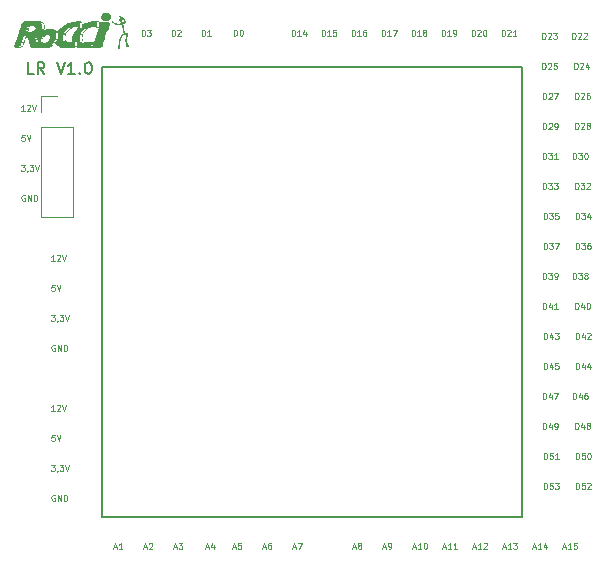
<source format=gbr>
%TF.GenerationSoftware,KiCad,Pcbnew,8.0.4*%
%TF.CreationDate,2025-02-28T20:51:30+01:00*%
%TF.ProjectId,Lochraster,4c6f6368-7261-4737-9465-722e6b696361,rev?*%
%TF.SameCoordinates,Original*%
%TF.FileFunction,Legend,Top*%
%TF.FilePolarity,Positive*%
%FSLAX46Y46*%
G04 Gerber Fmt 4.6, Leading zero omitted, Abs format (unit mm)*
G04 Created by KiCad (PCBNEW 8.0.4) date 2025-02-28 20:51:30*
%MOMM*%
%LPD*%
G01*
G04 APERTURE LIST*
%ADD10C,0.150000*%
%ADD11C,0.100000*%
%ADD12C,0.000000*%
%ADD13C,0.120000*%
G04 APERTURE END LIST*
D10*
X199583000Y-60810000D02*
X164023000Y-60810000D01*
X199583000Y-98910000D02*
X199583000Y-60810000D01*
X164023000Y-60810000D02*
X164023000Y-98910000D01*
X164023000Y-98910000D02*
X199583000Y-98910000D01*
D11*
X175185674Y-58187531D02*
X175185674Y-57687531D01*
X175185674Y-57687531D02*
X175304722Y-57687531D01*
X175304722Y-57687531D02*
X175376150Y-57711341D01*
X175376150Y-57711341D02*
X175423769Y-57758960D01*
X175423769Y-57758960D02*
X175447579Y-57806579D01*
X175447579Y-57806579D02*
X175471388Y-57901817D01*
X175471388Y-57901817D02*
X175471388Y-57973245D01*
X175471388Y-57973245D02*
X175447579Y-58068483D01*
X175447579Y-58068483D02*
X175423769Y-58116102D01*
X175423769Y-58116102D02*
X175376150Y-58163722D01*
X175376150Y-58163722D02*
X175304722Y-58187531D01*
X175304722Y-58187531D02*
X175185674Y-58187531D01*
X175780912Y-57687531D02*
X175828531Y-57687531D01*
X175828531Y-57687531D02*
X175876150Y-57711341D01*
X175876150Y-57711341D02*
X175899960Y-57735150D01*
X175899960Y-57735150D02*
X175923769Y-57782769D01*
X175923769Y-57782769D02*
X175947579Y-57878007D01*
X175947579Y-57878007D02*
X175947579Y-57997055D01*
X175947579Y-57997055D02*
X175923769Y-58092293D01*
X175923769Y-58092293D02*
X175899960Y-58139912D01*
X175899960Y-58139912D02*
X175876150Y-58163722D01*
X175876150Y-58163722D02*
X175828531Y-58187531D01*
X175828531Y-58187531D02*
X175780912Y-58187531D01*
X175780912Y-58187531D02*
X175733293Y-58163722D01*
X175733293Y-58163722D02*
X175709484Y-58139912D01*
X175709484Y-58139912D02*
X175685674Y-58092293D01*
X175685674Y-58092293D02*
X175661865Y-57997055D01*
X175661865Y-57997055D02*
X175661865Y-57878007D01*
X175661865Y-57878007D02*
X175685674Y-57782769D01*
X175685674Y-57782769D02*
X175709484Y-57735150D01*
X175709484Y-57735150D02*
X175733293Y-57711341D01*
X175733293Y-57711341D02*
X175780912Y-57687531D01*
X182622836Y-58203609D02*
X182622836Y-57703609D01*
X182622836Y-57703609D02*
X182741884Y-57703609D01*
X182741884Y-57703609D02*
X182813312Y-57727419D01*
X182813312Y-57727419D02*
X182860931Y-57775038D01*
X182860931Y-57775038D02*
X182884741Y-57822657D01*
X182884741Y-57822657D02*
X182908550Y-57917895D01*
X182908550Y-57917895D02*
X182908550Y-57989323D01*
X182908550Y-57989323D02*
X182884741Y-58084561D01*
X182884741Y-58084561D02*
X182860931Y-58132180D01*
X182860931Y-58132180D02*
X182813312Y-58179800D01*
X182813312Y-58179800D02*
X182741884Y-58203609D01*
X182741884Y-58203609D02*
X182622836Y-58203609D01*
X183384741Y-58203609D02*
X183099027Y-58203609D01*
X183241884Y-58203609D02*
X183241884Y-57703609D01*
X183241884Y-57703609D02*
X183194265Y-57775038D01*
X183194265Y-57775038D02*
X183146646Y-57822657D01*
X183146646Y-57822657D02*
X183099027Y-57846466D01*
X183837121Y-57703609D02*
X183599026Y-57703609D01*
X183599026Y-57703609D02*
X183575217Y-57941704D01*
X183575217Y-57941704D02*
X183599026Y-57917895D01*
X183599026Y-57917895D02*
X183646645Y-57894085D01*
X183646645Y-57894085D02*
X183765693Y-57894085D01*
X183765693Y-57894085D02*
X183813312Y-57917895D01*
X183813312Y-57917895D02*
X183837121Y-57941704D01*
X183837121Y-57941704D02*
X183860931Y-57989323D01*
X183860931Y-57989323D02*
X183860931Y-58108371D01*
X183860931Y-58108371D02*
X183837121Y-58155990D01*
X183837121Y-58155990D02*
X183813312Y-58179800D01*
X183813312Y-58179800D02*
X183765693Y-58203609D01*
X183765693Y-58203609D02*
X183646645Y-58203609D01*
X183646645Y-58203609D02*
X183599026Y-58179800D01*
X183599026Y-58179800D02*
X183575217Y-58155990D01*
X201434160Y-94033687D02*
X201434160Y-93533687D01*
X201434160Y-93533687D02*
X201553208Y-93533687D01*
X201553208Y-93533687D02*
X201624636Y-93557497D01*
X201624636Y-93557497D02*
X201672255Y-93605116D01*
X201672255Y-93605116D02*
X201696065Y-93652735D01*
X201696065Y-93652735D02*
X201719874Y-93747973D01*
X201719874Y-93747973D02*
X201719874Y-93819401D01*
X201719874Y-93819401D02*
X201696065Y-93914639D01*
X201696065Y-93914639D02*
X201672255Y-93962258D01*
X201672255Y-93962258D02*
X201624636Y-94009878D01*
X201624636Y-94009878D02*
X201553208Y-94033687D01*
X201553208Y-94033687D02*
X201434160Y-94033687D01*
X202172255Y-93533687D02*
X201934160Y-93533687D01*
X201934160Y-93533687D02*
X201910351Y-93771782D01*
X201910351Y-93771782D02*
X201934160Y-93747973D01*
X201934160Y-93747973D02*
X201981779Y-93724163D01*
X201981779Y-93724163D02*
X202100827Y-93724163D01*
X202100827Y-93724163D02*
X202148446Y-93747973D01*
X202148446Y-93747973D02*
X202172255Y-93771782D01*
X202172255Y-93771782D02*
X202196065Y-93819401D01*
X202196065Y-93819401D02*
X202196065Y-93938449D01*
X202196065Y-93938449D02*
X202172255Y-93986068D01*
X202172255Y-93986068D02*
X202148446Y-94009878D01*
X202148446Y-94009878D02*
X202100827Y-94033687D01*
X202100827Y-94033687D02*
X201981779Y-94033687D01*
X201981779Y-94033687D02*
X201934160Y-94009878D01*
X201934160Y-94009878D02*
X201910351Y-93986068D01*
X202672255Y-94033687D02*
X202386541Y-94033687D01*
X202529398Y-94033687D02*
X202529398Y-93533687D01*
X202529398Y-93533687D02*
X202481779Y-93605116D01*
X202481779Y-93605116D02*
X202434160Y-93652735D01*
X202434160Y-93652735D02*
X202386541Y-93676544D01*
X160024741Y-77253609D02*
X159739027Y-77253609D01*
X159881884Y-77253609D02*
X159881884Y-76753609D01*
X159881884Y-76753609D02*
X159834265Y-76825038D01*
X159834265Y-76825038D02*
X159786646Y-76872657D01*
X159786646Y-76872657D02*
X159739027Y-76896466D01*
X160215217Y-76801228D02*
X160239026Y-76777419D01*
X160239026Y-76777419D02*
X160286645Y-76753609D01*
X160286645Y-76753609D02*
X160405693Y-76753609D01*
X160405693Y-76753609D02*
X160453312Y-76777419D01*
X160453312Y-76777419D02*
X160477121Y-76801228D01*
X160477121Y-76801228D02*
X160500931Y-76848847D01*
X160500931Y-76848847D02*
X160500931Y-76896466D01*
X160500931Y-76896466D02*
X160477121Y-76967895D01*
X160477121Y-76967895D02*
X160191407Y-77253609D01*
X160191407Y-77253609D02*
X160500931Y-77253609D01*
X160643788Y-76753609D02*
X160810454Y-77253609D01*
X160810454Y-77253609D02*
X160977121Y-76753609D01*
X180186027Y-101494752D02*
X180424122Y-101494752D01*
X180138408Y-101637609D02*
X180305074Y-101137609D01*
X180305074Y-101137609D02*
X180471741Y-101637609D01*
X180590788Y-101137609D02*
X180924121Y-101137609D01*
X180924121Y-101137609D02*
X180709836Y-101637609D01*
X201434160Y-96573687D02*
X201434160Y-96073687D01*
X201434160Y-96073687D02*
X201553208Y-96073687D01*
X201553208Y-96073687D02*
X201624636Y-96097497D01*
X201624636Y-96097497D02*
X201672255Y-96145116D01*
X201672255Y-96145116D02*
X201696065Y-96192735D01*
X201696065Y-96192735D02*
X201719874Y-96287973D01*
X201719874Y-96287973D02*
X201719874Y-96359401D01*
X201719874Y-96359401D02*
X201696065Y-96454639D01*
X201696065Y-96454639D02*
X201672255Y-96502258D01*
X201672255Y-96502258D02*
X201624636Y-96549878D01*
X201624636Y-96549878D02*
X201553208Y-96573687D01*
X201553208Y-96573687D02*
X201434160Y-96573687D01*
X202172255Y-96073687D02*
X201934160Y-96073687D01*
X201934160Y-96073687D02*
X201910351Y-96311782D01*
X201910351Y-96311782D02*
X201934160Y-96287973D01*
X201934160Y-96287973D02*
X201981779Y-96264163D01*
X201981779Y-96264163D02*
X202100827Y-96264163D01*
X202100827Y-96264163D02*
X202148446Y-96287973D01*
X202148446Y-96287973D02*
X202172255Y-96311782D01*
X202172255Y-96311782D02*
X202196065Y-96359401D01*
X202196065Y-96359401D02*
X202196065Y-96478449D01*
X202196065Y-96478449D02*
X202172255Y-96526068D01*
X202172255Y-96526068D02*
X202148446Y-96549878D01*
X202148446Y-96549878D02*
X202100827Y-96573687D01*
X202100827Y-96573687D02*
X201981779Y-96573687D01*
X201981779Y-96573687D02*
X201934160Y-96549878D01*
X201934160Y-96549878D02*
X201910351Y-96526068D01*
X202362731Y-96073687D02*
X202672255Y-96073687D01*
X202672255Y-96073687D02*
X202505588Y-96264163D01*
X202505588Y-96264163D02*
X202577017Y-96264163D01*
X202577017Y-96264163D02*
X202624636Y-96287973D01*
X202624636Y-96287973D02*
X202648445Y-96311782D01*
X202648445Y-96311782D02*
X202672255Y-96359401D01*
X202672255Y-96359401D02*
X202672255Y-96478449D01*
X202672255Y-96478449D02*
X202648445Y-96526068D01*
X202648445Y-96526068D02*
X202624636Y-96549878D01*
X202624636Y-96549878D02*
X202577017Y-96573687D01*
X202577017Y-96573687D02*
X202434160Y-96573687D01*
X202434160Y-96573687D02*
X202386541Y-96549878D01*
X202386541Y-96549878D02*
X202362731Y-96526068D01*
X177646027Y-101494752D02*
X177884122Y-101494752D01*
X177598408Y-101637609D02*
X177765074Y-101137609D01*
X177765074Y-101137609D02*
X177931741Y-101637609D01*
X178312693Y-101137609D02*
X178217455Y-101137609D01*
X178217455Y-101137609D02*
X178169836Y-101161419D01*
X178169836Y-101161419D02*
X178146026Y-101185228D01*
X178146026Y-101185228D02*
X178098407Y-101256657D01*
X178098407Y-101256657D02*
X178074598Y-101351895D01*
X178074598Y-101351895D02*
X178074598Y-101542371D01*
X178074598Y-101542371D02*
X178098407Y-101589990D01*
X178098407Y-101589990D02*
X178122217Y-101613800D01*
X178122217Y-101613800D02*
X178169836Y-101637609D01*
X178169836Y-101637609D02*
X178265074Y-101637609D01*
X178265074Y-101637609D02*
X178312693Y-101613800D01*
X178312693Y-101613800D02*
X178336502Y-101589990D01*
X178336502Y-101589990D02*
X178360312Y-101542371D01*
X178360312Y-101542371D02*
X178360312Y-101423323D01*
X178360312Y-101423323D02*
X178336502Y-101375704D01*
X178336502Y-101375704D02*
X178312693Y-101351895D01*
X178312693Y-101351895D02*
X178265074Y-101328085D01*
X178265074Y-101328085D02*
X178169836Y-101328085D01*
X178169836Y-101328085D02*
X178122217Y-101351895D01*
X178122217Y-101351895D02*
X178098407Y-101375704D01*
X178098407Y-101375704D02*
X178074598Y-101423323D01*
X175106027Y-101494752D02*
X175344122Y-101494752D01*
X175058408Y-101637609D02*
X175225074Y-101137609D01*
X175225074Y-101137609D02*
X175391741Y-101637609D01*
X175796502Y-101137609D02*
X175558407Y-101137609D01*
X175558407Y-101137609D02*
X175534598Y-101375704D01*
X175534598Y-101375704D02*
X175558407Y-101351895D01*
X175558407Y-101351895D02*
X175606026Y-101328085D01*
X175606026Y-101328085D02*
X175725074Y-101328085D01*
X175725074Y-101328085D02*
X175772693Y-101351895D01*
X175772693Y-101351895D02*
X175796502Y-101375704D01*
X175796502Y-101375704D02*
X175820312Y-101423323D01*
X175820312Y-101423323D02*
X175820312Y-101542371D01*
X175820312Y-101542371D02*
X175796502Y-101589990D01*
X175796502Y-101589990D02*
X175772693Y-101613800D01*
X175772693Y-101613800D02*
X175725074Y-101637609D01*
X175725074Y-101637609D02*
X175606026Y-101637609D01*
X175606026Y-101637609D02*
X175558407Y-101613800D01*
X175558407Y-101613800D02*
X175534598Y-101589990D01*
X157175217Y-69133609D02*
X157484741Y-69133609D01*
X157484741Y-69133609D02*
X157318074Y-69324085D01*
X157318074Y-69324085D02*
X157389503Y-69324085D01*
X157389503Y-69324085D02*
X157437122Y-69347895D01*
X157437122Y-69347895D02*
X157460931Y-69371704D01*
X157460931Y-69371704D02*
X157484741Y-69419323D01*
X157484741Y-69419323D02*
X157484741Y-69538371D01*
X157484741Y-69538371D02*
X157460931Y-69585990D01*
X157460931Y-69585990D02*
X157437122Y-69609800D01*
X157437122Y-69609800D02*
X157389503Y-69633609D01*
X157389503Y-69633609D02*
X157246646Y-69633609D01*
X157246646Y-69633609D02*
X157199027Y-69609800D01*
X157199027Y-69609800D02*
X157175217Y-69585990D01*
X157722836Y-69609800D02*
X157722836Y-69633609D01*
X157722836Y-69633609D02*
X157699026Y-69681228D01*
X157699026Y-69681228D02*
X157675217Y-69705038D01*
X157889502Y-69133609D02*
X158199026Y-69133609D01*
X158199026Y-69133609D02*
X158032359Y-69324085D01*
X158032359Y-69324085D02*
X158103788Y-69324085D01*
X158103788Y-69324085D02*
X158151407Y-69347895D01*
X158151407Y-69347895D02*
X158175216Y-69371704D01*
X158175216Y-69371704D02*
X158199026Y-69419323D01*
X158199026Y-69419323D02*
X158199026Y-69538371D01*
X158199026Y-69538371D02*
X158175216Y-69585990D01*
X158175216Y-69585990D02*
X158151407Y-69609800D01*
X158151407Y-69609800D02*
X158103788Y-69633609D01*
X158103788Y-69633609D02*
X157960931Y-69633609D01*
X157960931Y-69633609D02*
X157913312Y-69609800D01*
X157913312Y-69609800D02*
X157889502Y-69585990D01*
X158341883Y-69133609D02*
X158508549Y-69633609D01*
X158508549Y-69633609D02*
X158675216Y-69133609D01*
X200506027Y-101494752D02*
X200744122Y-101494752D01*
X200458408Y-101637609D02*
X200625074Y-101137609D01*
X200625074Y-101137609D02*
X200791741Y-101637609D01*
X201220312Y-101637609D02*
X200934598Y-101637609D01*
X201077455Y-101637609D02*
X201077455Y-101137609D01*
X201077455Y-101137609D02*
X201029836Y-101209038D01*
X201029836Y-101209038D02*
X200982217Y-101256657D01*
X200982217Y-101256657D02*
X200934598Y-101280466D01*
X201648883Y-101304276D02*
X201648883Y-101637609D01*
X201529835Y-101113800D02*
X201410788Y-101470942D01*
X201410788Y-101470942D02*
X201720311Y-101470942D01*
X204085836Y-63537609D02*
X204085836Y-63037609D01*
X204085836Y-63037609D02*
X204204884Y-63037609D01*
X204204884Y-63037609D02*
X204276312Y-63061419D01*
X204276312Y-63061419D02*
X204323931Y-63109038D01*
X204323931Y-63109038D02*
X204347741Y-63156657D01*
X204347741Y-63156657D02*
X204371550Y-63251895D01*
X204371550Y-63251895D02*
X204371550Y-63323323D01*
X204371550Y-63323323D02*
X204347741Y-63418561D01*
X204347741Y-63418561D02*
X204323931Y-63466180D01*
X204323931Y-63466180D02*
X204276312Y-63513800D01*
X204276312Y-63513800D02*
X204204884Y-63537609D01*
X204204884Y-63537609D02*
X204085836Y-63537609D01*
X204562027Y-63085228D02*
X204585836Y-63061419D01*
X204585836Y-63061419D02*
X204633455Y-63037609D01*
X204633455Y-63037609D02*
X204752503Y-63037609D01*
X204752503Y-63037609D02*
X204800122Y-63061419D01*
X204800122Y-63061419D02*
X204823931Y-63085228D01*
X204823931Y-63085228D02*
X204847741Y-63132847D01*
X204847741Y-63132847D02*
X204847741Y-63180466D01*
X204847741Y-63180466D02*
X204823931Y-63251895D01*
X204823931Y-63251895D02*
X204538217Y-63537609D01*
X204538217Y-63537609D02*
X204847741Y-63537609D01*
X205276312Y-63037609D02*
X205181074Y-63037609D01*
X205181074Y-63037609D02*
X205133455Y-63061419D01*
X205133455Y-63061419D02*
X205109645Y-63085228D01*
X205109645Y-63085228D02*
X205062026Y-63156657D01*
X205062026Y-63156657D02*
X205038217Y-63251895D01*
X205038217Y-63251895D02*
X205038217Y-63442371D01*
X205038217Y-63442371D02*
X205062026Y-63489990D01*
X205062026Y-63489990D02*
X205085836Y-63513800D01*
X205085836Y-63513800D02*
X205133455Y-63537609D01*
X205133455Y-63537609D02*
X205228693Y-63537609D01*
X205228693Y-63537609D02*
X205276312Y-63513800D01*
X205276312Y-63513800D02*
X205300121Y-63489990D01*
X205300121Y-63489990D02*
X205323931Y-63442371D01*
X205323931Y-63442371D02*
X205323931Y-63323323D01*
X205323931Y-63323323D02*
X205300121Y-63275704D01*
X205300121Y-63275704D02*
X205276312Y-63251895D01*
X205276312Y-63251895D02*
X205228693Y-63228085D01*
X205228693Y-63228085D02*
X205133455Y-63228085D01*
X205133455Y-63228085D02*
X205085836Y-63251895D01*
X205085836Y-63251895D02*
X205062026Y-63275704D01*
X205062026Y-63275704D02*
X205038217Y-63323323D01*
X170097189Y-101510830D02*
X170335284Y-101510830D01*
X170049570Y-101653687D02*
X170216236Y-101153687D01*
X170216236Y-101153687D02*
X170382903Y-101653687D01*
X170501950Y-101153687D02*
X170811474Y-101153687D01*
X170811474Y-101153687D02*
X170644807Y-101344163D01*
X170644807Y-101344163D02*
X170716236Y-101344163D01*
X170716236Y-101344163D02*
X170763855Y-101367973D01*
X170763855Y-101367973D02*
X170787664Y-101391782D01*
X170787664Y-101391782D02*
X170811474Y-101439401D01*
X170811474Y-101439401D02*
X170811474Y-101558449D01*
X170811474Y-101558449D02*
X170787664Y-101606068D01*
X170787664Y-101606068D02*
X170763855Y-101629878D01*
X170763855Y-101629878D02*
X170716236Y-101653687D01*
X170716236Y-101653687D02*
X170573379Y-101653687D01*
X170573379Y-101653687D02*
X170525760Y-101629878D01*
X170525760Y-101629878D02*
X170501950Y-101606068D01*
X203831836Y-58457609D02*
X203831836Y-57957609D01*
X203831836Y-57957609D02*
X203950884Y-57957609D01*
X203950884Y-57957609D02*
X204022312Y-57981419D01*
X204022312Y-57981419D02*
X204069931Y-58029038D01*
X204069931Y-58029038D02*
X204093741Y-58076657D01*
X204093741Y-58076657D02*
X204117550Y-58171895D01*
X204117550Y-58171895D02*
X204117550Y-58243323D01*
X204117550Y-58243323D02*
X204093741Y-58338561D01*
X204093741Y-58338561D02*
X204069931Y-58386180D01*
X204069931Y-58386180D02*
X204022312Y-58433800D01*
X204022312Y-58433800D02*
X203950884Y-58457609D01*
X203950884Y-58457609D02*
X203831836Y-58457609D01*
X204308027Y-58005228D02*
X204331836Y-57981419D01*
X204331836Y-57981419D02*
X204379455Y-57957609D01*
X204379455Y-57957609D02*
X204498503Y-57957609D01*
X204498503Y-57957609D02*
X204546122Y-57981419D01*
X204546122Y-57981419D02*
X204569931Y-58005228D01*
X204569931Y-58005228D02*
X204593741Y-58052847D01*
X204593741Y-58052847D02*
X204593741Y-58100466D01*
X204593741Y-58100466D02*
X204569931Y-58171895D01*
X204569931Y-58171895D02*
X204284217Y-58457609D01*
X204284217Y-58457609D02*
X204593741Y-58457609D01*
X204784217Y-58005228D02*
X204808026Y-57981419D01*
X204808026Y-57981419D02*
X204855645Y-57957609D01*
X204855645Y-57957609D02*
X204974693Y-57957609D01*
X204974693Y-57957609D02*
X205022312Y-57981419D01*
X205022312Y-57981419D02*
X205046121Y-58005228D01*
X205046121Y-58005228D02*
X205069931Y-58052847D01*
X205069931Y-58052847D02*
X205069931Y-58100466D01*
X205069931Y-58100466D02*
X205046121Y-58171895D01*
X205046121Y-58171895D02*
X204760407Y-58457609D01*
X204760407Y-58457609D02*
X205069931Y-58457609D01*
X201362998Y-66093687D02*
X201362998Y-65593687D01*
X201362998Y-65593687D02*
X201482046Y-65593687D01*
X201482046Y-65593687D02*
X201553474Y-65617497D01*
X201553474Y-65617497D02*
X201601093Y-65665116D01*
X201601093Y-65665116D02*
X201624903Y-65712735D01*
X201624903Y-65712735D02*
X201648712Y-65807973D01*
X201648712Y-65807973D02*
X201648712Y-65879401D01*
X201648712Y-65879401D02*
X201624903Y-65974639D01*
X201624903Y-65974639D02*
X201601093Y-66022258D01*
X201601093Y-66022258D02*
X201553474Y-66069878D01*
X201553474Y-66069878D02*
X201482046Y-66093687D01*
X201482046Y-66093687D02*
X201362998Y-66093687D01*
X201839189Y-65641306D02*
X201862998Y-65617497D01*
X201862998Y-65617497D02*
X201910617Y-65593687D01*
X201910617Y-65593687D02*
X202029665Y-65593687D01*
X202029665Y-65593687D02*
X202077284Y-65617497D01*
X202077284Y-65617497D02*
X202101093Y-65641306D01*
X202101093Y-65641306D02*
X202124903Y-65688925D01*
X202124903Y-65688925D02*
X202124903Y-65736544D01*
X202124903Y-65736544D02*
X202101093Y-65807973D01*
X202101093Y-65807973D02*
X201815379Y-66093687D01*
X201815379Y-66093687D02*
X202124903Y-66093687D01*
X202362998Y-66093687D02*
X202458236Y-66093687D01*
X202458236Y-66093687D02*
X202505855Y-66069878D01*
X202505855Y-66069878D02*
X202529664Y-66046068D01*
X202529664Y-66046068D02*
X202577283Y-65974639D01*
X202577283Y-65974639D02*
X202601093Y-65879401D01*
X202601093Y-65879401D02*
X202601093Y-65688925D01*
X202601093Y-65688925D02*
X202577283Y-65641306D01*
X202577283Y-65641306D02*
X202553474Y-65617497D01*
X202553474Y-65617497D02*
X202505855Y-65593687D01*
X202505855Y-65593687D02*
X202410617Y-65593687D01*
X202410617Y-65593687D02*
X202362998Y-65617497D01*
X202362998Y-65617497D02*
X202339188Y-65641306D01*
X202339188Y-65641306D02*
X202315379Y-65688925D01*
X202315379Y-65688925D02*
X202315379Y-65807973D01*
X202315379Y-65807973D02*
X202339188Y-65855592D01*
X202339188Y-65855592D02*
X202362998Y-65879401D01*
X202362998Y-65879401D02*
X202410617Y-65903211D01*
X202410617Y-65903211D02*
X202505855Y-65903211D01*
X202505855Y-65903211D02*
X202553474Y-65879401D01*
X202553474Y-65879401D02*
X202577283Y-65855592D01*
X202577283Y-65855592D02*
X202601093Y-65807973D01*
X204085836Y-71157609D02*
X204085836Y-70657609D01*
X204085836Y-70657609D02*
X204204884Y-70657609D01*
X204204884Y-70657609D02*
X204276312Y-70681419D01*
X204276312Y-70681419D02*
X204323931Y-70729038D01*
X204323931Y-70729038D02*
X204347741Y-70776657D01*
X204347741Y-70776657D02*
X204371550Y-70871895D01*
X204371550Y-70871895D02*
X204371550Y-70943323D01*
X204371550Y-70943323D02*
X204347741Y-71038561D01*
X204347741Y-71038561D02*
X204323931Y-71086180D01*
X204323931Y-71086180D02*
X204276312Y-71133800D01*
X204276312Y-71133800D02*
X204204884Y-71157609D01*
X204204884Y-71157609D02*
X204085836Y-71157609D01*
X204538217Y-70657609D02*
X204847741Y-70657609D01*
X204847741Y-70657609D02*
X204681074Y-70848085D01*
X204681074Y-70848085D02*
X204752503Y-70848085D01*
X204752503Y-70848085D02*
X204800122Y-70871895D01*
X204800122Y-70871895D02*
X204823931Y-70895704D01*
X204823931Y-70895704D02*
X204847741Y-70943323D01*
X204847741Y-70943323D02*
X204847741Y-71062371D01*
X204847741Y-71062371D02*
X204823931Y-71109990D01*
X204823931Y-71109990D02*
X204800122Y-71133800D01*
X204800122Y-71133800D02*
X204752503Y-71157609D01*
X204752503Y-71157609D02*
X204609646Y-71157609D01*
X204609646Y-71157609D02*
X204562027Y-71133800D01*
X204562027Y-71133800D02*
X204538217Y-71109990D01*
X205038217Y-70705228D02*
X205062026Y-70681419D01*
X205062026Y-70681419D02*
X205109645Y-70657609D01*
X205109645Y-70657609D02*
X205228693Y-70657609D01*
X205228693Y-70657609D02*
X205276312Y-70681419D01*
X205276312Y-70681419D02*
X205300121Y-70705228D01*
X205300121Y-70705228D02*
X205323931Y-70752847D01*
X205323931Y-70752847D02*
X205323931Y-70800466D01*
X205323931Y-70800466D02*
X205300121Y-70871895D01*
X205300121Y-70871895D02*
X205014407Y-71157609D01*
X205014407Y-71157609D02*
X205323931Y-71157609D01*
X204085836Y-81317609D02*
X204085836Y-80817609D01*
X204085836Y-80817609D02*
X204204884Y-80817609D01*
X204204884Y-80817609D02*
X204276312Y-80841419D01*
X204276312Y-80841419D02*
X204323931Y-80889038D01*
X204323931Y-80889038D02*
X204347741Y-80936657D01*
X204347741Y-80936657D02*
X204371550Y-81031895D01*
X204371550Y-81031895D02*
X204371550Y-81103323D01*
X204371550Y-81103323D02*
X204347741Y-81198561D01*
X204347741Y-81198561D02*
X204323931Y-81246180D01*
X204323931Y-81246180D02*
X204276312Y-81293800D01*
X204276312Y-81293800D02*
X204204884Y-81317609D01*
X204204884Y-81317609D02*
X204085836Y-81317609D01*
X204800122Y-80984276D02*
X204800122Y-81317609D01*
X204681074Y-80793800D02*
X204562027Y-81150942D01*
X204562027Y-81150942D02*
X204871550Y-81150942D01*
X205157264Y-80817609D02*
X205204883Y-80817609D01*
X205204883Y-80817609D02*
X205252502Y-80841419D01*
X205252502Y-80841419D02*
X205276312Y-80865228D01*
X205276312Y-80865228D02*
X205300121Y-80912847D01*
X205300121Y-80912847D02*
X205323931Y-81008085D01*
X205323931Y-81008085D02*
X205323931Y-81127133D01*
X205323931Y-81127133D02*
X205300121Y-81222371D01*
X205300121Y-81222371D02*
X205276312Y-81269990D01*
X205276312Y-81269990D02*
X205252502Y-81293800D01*
X205252502Y-81293800D02*
X205204883Y-81317609D01*
X205204883Y-81317609D02*
X205157264Y-81317609D01*
X205157264Y-81317609D02*
X205109645Y-81293800D01*
X205109645Y-81293800D02*
X205085836Y-81269990D01*
X205085836Y-81269990D02*
X205062026Y-81222371D01*
X205062026Y-81222371D02*
X205038217Y-81127133D01*
X205038217Y-81127133D02*
X205038217Y-81008085D01*
X205038217Y-81008085D02*
X205062026Y-80912847D01*
X205062026Y-80912847D02*
X205085836Y-80865228D01*
X205085836Y-80865228D02*
X205109645Y-80841419D01*
X205109645Y-80841419D02*
X205157264Y-80817609D01*
X187806027Y-101494752D02*
X188044122Y-101494752D01*
X187758408Y-101637609D02*
X187925074Y-101137609D01*
X187925074Y-101137609D02*
X188091741Y-101637609D01*
X188282217Y-101637609D02*
X188377455Y-101637609D01*
X188377455Y-101637609D02*
X188425074Y-101613800D01*
X188425074Y-101613800D02*
X188448883Y-101589990D01*
X188448883Y-101589990D02*
X188496502Y-101518561D01*
X188496502Y-101518561D02*
X188520312Y-101423323D01*
X188520312Y-101423323D02*
X188520312Y-101232847D01*
X188520312Y-101232847D02*
X188496502Y-101185228D01*
X188496502Y-101185228D02*
X188472693Y-101161419D01*
X188472693Y-101161419D02*
X188425074Y-101137609D01*
X188425074Y-101137609D02*
X188329836Y-101137609D01*
X188329836Y-101137609D02*
X188282217Y-101161419D01*
X188282217Y-101161419D02*
X188258407Y-101185228D01*
X188258407Y-101185228D02*
X188234598Y-101232847D01*
X188234598Y-101232847D02*
X188234598Y-101351895D01*
X188234598Y-101351895D02*
X188258407Y-101399514D01*
X188258407Y-101399514D02*
X188282217Y-101423323D01*
X188282217Y-101423323D02*
X188329836Y-101447133D01*
X188329836Y-101447133D02*
X188425074Y-101447133D01*
X188425074Y-101447133D02*
X188472693Y-101423323D01*
X188472693Y-101423323D02*
X188496502Y-101399514D01*
X188496502Y-101399514D02*
X188520312Y-101351895D01*
X160024741Y-84397419D02*
X159977122Y-84373609D01*
X159977122Y-84373609D02*
X159905693Y-84373609D01*
X159905693Y-84373609D02*
X159834265Y-84397419D01*
X159834265Y-84397419D02*
X159786646Y-84445038D01*
X159786646Y-84445038D02*
X159762836Y-84492657D01*
X159762836Y-84492657D02*
X159739027Y-84587895D01*
X159739027Y-84587895D02*
X159739027Y-84659323D01*
X159739027Y-84659323D02*
X159762836Y-84754561D01*
X159762836Y-84754561D02*
X159786646Y-84802180D01*
X159786646Y-84802180D02*
X159834265Y-84849800D01*
X159834265Y-84849800D02*
X159905693Y-84873609D01*
X159905693Y-84873609D02*
X159953312Y-84873609D01*
X159953312Y-84873609D02*
X160024741Y-84849800D01*
X160024741Y-84849800D02*
X160048550Y-84825990D01*
X160048550Y-84825990D02*
X160048550Y-84659323D01*
X160048550Y-84659323D02*
X159953312Y-84659323D01*
X160262836Y-84873609D02*
X160262836Y-84373609D01*
X160262836Y-84373609D02*
X160548550Y-84873609D01*
X160548550Y-84873609D02*
X160548550Y-84373609D01*
X160786646Y-84873609D02*
X160786646Y-84373609D01*
X160786646Y-84373609D02*
X160905694Y-84373609D01*
X160905694Y-84373609D02*
X160977122Y-84397419D01*
X160977122Y-84397419D02*
X161024741Y-84445038D01*
X161024741Y-84445038D02*
X161048551Y-84492657D01*
X161048551Y-84492657D02*
X161072360Y-84587895D01*
X161072360Y-84587895D02*
X161072360Y-84659323D01*
X161072360Y-84659323D02*
X161048551Y-84754561D01*
X161048551Y-84754561D02*
X161024741Y-84802180D01*
X161024741Y-84802180D02*
X160977122Y-84849800D01*
X160977122Y-84849800D02*
X160905694Y-84873609D01*
X160905694Y-84873609D02*
X160786646Y-84873609D01*
X201362998Y-71173687D02*
X201362998Y-70673687D01*
X201362998Y-70673687D02*
X201482046Y-70673687D01*
X201482046Y-70673687D02*
X201553474Y-70697497D01*
X201553474Y-70697497D02*
X201601093Y-70745116D01*
X201601093Y-70745116D02*
X201624903Y-70792735D01*
X201624903Y-70792735D02*
X201648712Y-70887973D01*
X201648712Y-70887973D02*
X201648712Y-70959401D01*
X201648712Y-70959401D02*
X201624903Y-71054639D01*
X201624903Y-71054639D02*
X201601093Y-71102258D01*
X201601093Y-71102258D02*
X201553474Y-71149878D01*
X201553474Y-71149878D02*
X201482046Y-71173687D01*
X201482046Y-71173687D02*
X201362998Y-71173687D01*
X201815379Y-70673687D02*
X202124903Y-70673687D01*
X202124903Y-70673687D02*
X201958236Y-70864163D01*
X201958236Y-70864163D02*
X202029665Y-70864163D01*
X202029665Y-70864163D02*
X202077284Y-70887973D01*
X202077284Y-70887973D02*
X202101093Y-70911782D01*
X202101093Y-70911782D02*
X202124903Y-70959401D01*
X202124903Y-70959401D02*
X202124903Y-71078449D01*
X202124903Y-71078449D02*
X202101093Y-71126068D01*
X202101093Y-71126068D02*
X202077284Y-71149878D01*
X202077284Y-71149878D02*
X202029665Y-71173687D01*
X202029665Y-71173687D02*
X201886808Y-71173687D01*
X201886808Y-71173687D02*
X201839189Y-71149878D01*
X201839189Y-71149878D02*
X201815379Y-71126068D01*
X202291569Y-70673687D02*
X202601093Y-70673687D01*
X202601093Y-70673687D02*
X202434426Y-70864163D01*
X202434426Y-70864163D02*
X202505855Y-70864163D01*
X202505855Y-70864163D02*
X202553474Y-70887973D01*
X202553474Y-70887973D02*
X202577283Y-70911782D01*
X202577283Y-70911782D02*
X202601093Y-70959401D01*
X202601093Y-70959401D02*
X202601093Y-71078449D01*
X202601093Y-71078449D02*
X202577283Y-71126068D01*
X202577283Y-71126068D02*
X202553474Y-71149878D01*
X202553474Y-71149878D02*
X202505855Y-71173687D01*
X202505855Y-71173687D02*
X202362998Y-71173687D01*
X202362998Y-71173687D02*
X202315379Y-71149878D01*
X202315379Y-71149878D02*
X202291569Y-71126068D01*
X201362998Y-88937609D02*
X201362998Y-88437609D01*
X201362998Y-88437609D02*
X201482046Y-88437609D01*
X201482046Y-88437609D02*
X201553474Y-88461419D01*
X201553474Y-88461419D02*
X201601093Y-88509038D01*
X201601093Y-88509038D02*
X201624903Y-88556657D01*
X201624903Y-88556657D02*
X201648712Y-88651895D01*
X201648712Y-88651895D02*
X201648712Y-88723323D01*
X201648712Y-88723323D02*
X201624903Y-88818561D01*
X201624903Y-88818561D02*
X201601093Y-88866180D01*
X201601093Y-88866180D02*
X201553474Y-88913800D01*
X201553474Y-88913800D02*
X201482046Y-88937609D01*
X201482046Y-88937609D02*
X201362998Y-88937609D01*
X202077284Y-88604276D02*
X202077284Y-88937609D01*
X201958236Y-88413800D02*
X201839189Y-88770942D01*
X201839189Y-88770942D02*
X202148712Y-88770942D01*
X202291569Y-88437609D02*
X202624902Y-88437609D01*
X202624902Y-88437609D02*
X202410617Y-88937609D01*
X201362998Y-81333687D02*
X201362998Y-80833687D01*
X201362998Y-80833687D02*
X201482046Y-80833687D01*
X201482046Y-80833687D02*
X201553474Y-80857497D01*
X201553474Y-80857497D02*
X201601093Y-80905116D01*
X201601093Y-80905116D02*
X201624903Y-80952735D01*
X201624903Y-80952735D02*
X201648712Y-81047973D01*
X201648712Y-81047973D02*
X201648712Y-81119401D01*
X201648712Y-81119401D02*
X201624903Y-81214639D01*
X201624903Y-81214639D02*
X201601093Y-81262258D01*
X201601093Y-81262258D02*
X201553474Y-81309878D01*
X201553474Y-81309878D02*
X201482046Y-81333687D01*
X201482046Y-81333687D02*
X201362998Y-81333687D01*
X202077284Y-81000354D02*
X202077284Y-81333687D01*
X201958236Y-80809878D02*
X201839189Y-81167020D01*
X201839189Y-81167020D02*
X202148712Y-81167020D01*
X202601093Y-81333687D02*
X202315379Y-81333687D01*
X202458236Y-81333687D02*
X202458236Y-80833687D01*
X202458236Y-80833687D02*
X202410617Y-80905116D01*
X202410617Y-80905116D02*
X202362998Y-80952735D01*
X202362998Y-80952735D02*
X202315379Y-80976544D01*
X203902998Y-88937609D02*
X203902998Y-88437609D01*
X203902998Y-88437609D02*
X204022046Y-88437609D01*
X204022046Y-88437609D02*
X204093474Y-88461419D01*
X204093474Y-88461419D02*
X204141093Y-88509038D01*
X204141093Y-88509038D02*
X204164903Y-88556657D01*
X204164903Y-88556657D02*
X204188712Y-88651895D01*
X204188712Y-88651895D02*
X204188712Y-88723323D01*
X204188712Y-88723323D02*
X204164903Y-88818561D01*
X204164903Y-88818561D02*
X204141093Y-88866180D01*
X204141093Y-88866180D02*
X204093474Y-88913800D01*
X204093474Y-88913800D02*
X204022046Y-88937609D01*
X204022046Y-88937609D02*
X203902998Y-88937609D01*
X204617284Y-88604276D02*
X204617284Y-88937609D01*
X204498236Y-88413800D02*
X204379189Y-88770942D01*
X204379189Y-88770942D02*
X204688712Y-88770942D01*
X205093474Y-88437609D02*
X204998236Y-88437609D01*
X204998236Y-88437609D02*
X204950617Y-88461419D01*
X204950617Y-88461419D02*
X204926807Y-88485228D01*
X204926807Y-88485228D02*
X204879188Y-88556657D01*
X204879188Y-88556657D02*
X204855379Y-88651895D01*
X204855379Y-88651895D02*
X204855379Y-88842371D01*
X204855379Y-88842371D02*
X204879188Y-88889990D01*
X204879188Y-88889990D02*
X204902998Y-88913800D01*
X204902998Y-88913800D02*
X204950617Y-88937609D01*
X204950617Y-88937609D02*
X205045855Y-88937609D01*
X205045855Y-88937609D02*
X205093474Y-88913800D01*
X205093474Y-88913800D02*
X205117283Y-88889990D01*
X205117283Y-88889990D02*
X205141093Y-88842371D01*
X205141093Y-88842371D02*
X205141093Y-88723323D01*
X205141093Y-88723323D02*
X205117283Y-88675704D01*
X205117283Y-88675704D02*
X205093474Y-88651895D01*
X205093474Y-88651895D02*
X205045855Y-88628085D01*
X205045855Y-88628085D02*
X204950617Y-88628085D01*
X204950617Y-88628085D02*
X204902998Y-88651895D01*
X204902998Y-88651895D02*
X204879188Y-88675704D01*
X204879188Y-88675704D02*
X204855379Y-88723323D01*
X201291836Y-61013687D02*
X201291836Y-60513687D01*
X201291836Y-60513687D02*
X201410884Y-60513687D01*
X201410884Y-60513687D02*
X201482312Y-60537497D01*
X201482312Y-60537497D02*
X201529931Y-60585116D01*
X201529931Y-60585116D02*
X201553741Y-60632735D01*
X201553741Y-60632735D02*
X201577550Y-60727973D01*
X201577550Y-60727973D02*
X201577550Y-60799401D01*
X201577550Y-60799401D02*
X201553741Y-60894639D01*
X201553741Y-60894639D02*
X201529931Y-60942258D01*
X201529931Y-60942258D02*
X201482312Y-60989878D01*
X201482312Y-60989878D02*
X201410884Y-61013687D01*
X201410884Y-61013687D02*
X201291836Y-61013687D01*
X201768027Y-60561306D02*
X201791836Y-60537497D01*
X201791836Y-60537497D02*
X201839455Y-60513687D01*
X201839455Y-60513687D02*
X201958503Y-60513687D01*
X201958503Y-60513687D02*
X202006122Y-60537497D01*
X202006122Y-60537497D02*
X202029931Y-60561306D01*
X202029931Y-60561306D02*
X202053741Y-60608925D01*
X202053741Y-60608925D02*
X202053741Y-60656544D01*
X202053741Y-60656544D02*
X202029931Y-60727973D01*
X202029931Y-60727973D02*
X201744217Y-61013687D01*
X201744217Y-61013687D02*
X202053741Y-61013687D01*
X202506121Y-60513687D02*
X202268026Y-60513687D01*
X202268026Y-60513687D02*
X202244217Y-60751782D01*
X202244217Y-60751782D02*
X202268026Y-60727973D01*
X202268026Y-60727973D02*
X202315645Y-60704163D01*
X202315645Y-60704163D02*
X202434693Y-60704163D01*
X202434693Y-60704163D02*
X202482312Y-60727973D01*
X202482312Y-60727973D02*
X202506121Y-60751782D01*
X202506121Y-60751782D02*
X202529931Y-60799401D01*
X202529931Y-60799401D02*
X202529931Y-60918449D01*
X202529931Y-60918449D02*
X202506121Y-60966068D01*
X202506121Y-60966068D02*
X202482312Y-60989878D01*
X202482312Y-60989878D02*
X202434693Y-61013687D01*
X202434693Y-61013687D02*
X202315645Y-61013687D01*
X202315645Y-61013687D02*
X202268026Y-60989878D01*
X202268026Y-60989878D02*
X202244217Y-60966068D01*
X160024741Y-97097419D02*
X159977122Y-97073609D01*
X159977122Y-97073609D02*
X159905693Y-97073609D01*
X159905693Y-97073609D02*
X159834265Y-97097419D01*
X159834265Y-97097419D02*
X159786646Y-97145038D01*
X159786646Y-97145038D02*
X159762836Y-97192657D01*
X159762836Y-97192657D02*
X159739027Y-97287895D01*
X159739027Y-97287895D02*
X159739027Y-97359323D01*
X159739027Y-97359323D02*
X159762836Y-97454561D01*
X159762836Y-97454561D02*
X159786646Y-97502180D01*
X159786646Y-97502180D02*
X159834265Y-97549800D01*
X159834265Y-97549800D02*
X159905693Y-97573609D01*
X159905693Y-97573609D02*
X159953312Y-97573609D01*
X159953312Y-97573609D02*
X160024741Y-97549800D01*
X160024741Y-97549800D02*
X160048550Y-97525990D01*
X160048550Y-97525990D02*
X160048550Y-97359323D01*
X160048550Y-97359323D02*
X159953312Y-97359323D01*
X160262836Y-97573609D02*
X160262836Y-97073609D01*
X160262836Y-97073609D02*
X160548550Y-97573609D01*
X160548550Y-97573609D02*
X160548550Y-97073609D01*
X160786646Y-97573609D02*
X160786646Y-97073609D01*
X160786646Y-97073609D02*
X160905694Y-97073609D01*
X160905694Y-97073609D02*
X160977122Y-97097419D01*
X160977122Y-97097419D02*
X161024741Y-97145038D01*
X161024741Y-97145038D02*
X161048551Y-97192657D01*
X161048551Y-97192657D02*
X161072360Y-97287895D01*
X161072360Y-97287895D02*
X161072360Y-97359323D01*
X161072360Y-97359323D02*
X161048551Y-97454561D01*
X161048551Y-97454561D02*
X161024741Y-97502180D01*
X161024741Y-97502180D02*
X160977122Y-97549800D01*
X160977122Y-97549800D02*
X160905694Y-97573609D01*
X160905694Y-97573609D02*
X160786646Y-97573609D01*
X204014674Y-60997609D02*
X204014674Y-60497609D01*
X204014674Y-60497609D02*
X204133722Y-60497609D01*
X204133722Y-60497609D02*
X204205150Y-60521419D01*
X204205150Y-60521419D02*
X204252769Y-60569038D01*
X204252769Y-60569038D02*
X204276579Y-60616657D01*
X204276579Y-60616657D02*
X204300388Y-60711895D01*
X204300388Y-60711895D02*
X204300388Y-60783323D01*
X204300388Y-60783323D02*
X204276579Y-60878561D01*
X204276579Y-60878561D02*
X204252769Y-60926180D01*
X204252769Y-60926180D02*
X204205150Y-60973800D01*
X204205150Y-60973800D02*
X204133722Y-60997609D01*
X204133722Y-60997609D02*
X204014674Y-60997609D01*
X204490865Y-60545228D02*
X204514674Y-60521419D01*
X204514674Y-60521419D02*
X204562293Y-60497609D01*
X204562293Y-60497609D02*
X204681341Y-60497609D01*
X204681341Y-60497609D02*
X204728960Y-60521419D01*
X204728960Y-60521419D02*
X204752769Y-60545228D01*
X204752769Y-60545228D02*
X204776579Y-60592847D01*
X204776579Y-60592847D02*
X204776579Y-60640466D01*
X204776579Y-60640466D02*
X204752769Y-60711895D01*
X204752769Y-60711895D02*
X204467055Y-60997609D01*
X204467055Y-60997609D02*
X204776579Y-60997609D01*
X205205150Y-60664276D02*
X205205150Y-60997609D01*
X205086102Y-60473800D02*
X204967055Y-60830942D01*
X204967055Y-60830942D02*
X205276578Y-60830942D01*
X192782836Y-58203609D02*
X192782836Y-57703609D01*
X192782836Y-57703609D02*
X192901884Y-57703609D01*
X192901884Y-57703609D02*
X192973312Y-57727419D01*
X192973312Y-57727419D02*
X193020931Y-57775038D01*
X193020931Y-57775038D02*
X193044741Y-57822657D01*
X193044741Y-57822657D02*
X193068550Y-57917895D01*
X193068550Y-57917895D02*
X193068550Y-57989323D01*
X193068550Y-57989323D02*
X193044741Y-58084561D01*
X193044741Y-58084561D02*
X193020931Y-58132180D01*
X193020931Y-58132180D02*
X192973312Y-58179800D01*
X192973312Y-58179800D02*
X192901884Y-58203609D01*
X192901884Y-58203609D02*
X192782836Y-58203609D01*
X193544741Y-58203609D02*
X193259027Y-58203609D01*
X193401884Y-58203609D02*
X193401884Y-57703609D01*
X193401884Y-57703609D02*
X193354265Y-57775038D01*
X193354265Y-57775038D02*
X193306646Y-57822657D01*
X193306646Y-57822657D02*
X193259027Y-57846466D01*
X193782836Y-58203609D02*
X193878074Y-58203609D01*
X193878074Y-58203609D02*
X193925693Y-58179800D01*
X193925693Y-58179800D02*
X193949502Y-58155990D01*
X193949502Y-58155990D02*
X193997121Y-58084561D01*
X193997121Y-58084561D02*
X194020931Y-57989323D01*
X194020931Y-57989323D02*
X194020931Y-57798847D01*
X194020931Y-57798847D02*
X193997121Y-57751228D01*
X193997121Y-57751228D02*
X193973312Y-57727419D01*
X193973312Y-57727419D02*
X193925693Y-57703609D01*
X193925693Y-57703609D02*
X193830455Y-57703609D01*
X193830455Y-57703609D02*
X193782836Y-57727419D01*
X193782836Y-57727419D02*
X193759026Y-57751228D01*
X193759026Y-57751228D02*
X193735217Y-57798847D01*
X193735217Y-57798847D02*
X193735217Y-57917895D01*
X193735217Y-57917895D02*
X193759026Y-57965514D01*
X193759026Y-57965514D02*
X193782836Y-57989323D01*
X193782836Y-57989323D02*
X193830455Y-58013133D01*
X193830455Y-58013133D02*
X193925693Y-58013133D01*
X193925693Y-58013133D02*
X193973312Y-57989323D01*
X193973312Y-57989323D02*
X193997121Y-57965514D01*
X193997121Y-57965514D02*
X194020931Y-57917895D01*
X160000931Y-79293609D02*
X159762836Y-79293609D01*
X159762836Y-79293609D02*
X159739027Y-79531704D01*
X159739027Y-79531704D02*
X159762836Y-79507895D01*
X159762836Y-79507895D02*
X159810455Y-79484085D01*
X159810455Y-79484085D02*
X159929503Y-79484085D01*
X159929503Y-79484085D02*
X159977122Y-79507895D01*
X159977122Y-79507895D02*
X160000931Y-79531704D01*
X160000931Y-79531704D02*
X160024741Y-79579323D01*
X160024741Y-79579323D02*
X160024741Y-79698371D01*
X160024741Y-79698371D02*
X160000931Y-79745990D01*
X160000931Y-79745990D02*
X159977122Y-79769800D01*
X159977122Y-79769800D02*
X159929503Y-79793609D01*
X159929503Y-79793609D02*
X159810455Y-79793609D01*
X159810455Y-79793609D02*
X159762836Y-79769800D01*
X159762836Y-79769800D02*
X159739027Y-79745990D01*
X160167598Y-79293609D02*
X160334264Y-79793609D01*
X160334264Y-79793609D02*
X160500931Y-79293609D01*
X203902998Y-78777609D02*
X203902998Y-78277609D01*
X203902998Y-78277609D02*
X204022046Y-78277609D01*
X204022046Y-78277609D02*
X204093474Y-78301419D01*
X204093474Y-78301419D02*
X204141093Y-78349038D01*
X204141093Y-78349038D02*
X204164903Y-78396657D01*
X204164903Y-78396657D02*
X204188712Y-78491895D01*
X204188712Y-78491895D02*
X204188712Y-78563323D01*
X204188712Y-78563323D02*
X204164903Y-78658561D01*
X204164903Y-78658561D02*
X204141093Y-78706180D01*
X204141093Y-78706180D02*
X204093474Y-78753800D01*
X204093474Y-78753800D02*
X204022046Y-78777609D01*
X204022046Y-78777609D02*
X203902998Y-78777609D01*
X204355379Y-78277609D02*
X204664903Y-78277609D01*
X204664903Y-78277609D02*
X204498236Y-78468085D01*
X204498236Y-78468085D02*
X204569665Y-78468085D01*
X204569665Y-78468085D02*
X204617284Y-78491895D01*
X204617284Y-78491895D02*
X204641093Y-78515704D01*
X204641093Y-78515704D02*
X204664903Y-78563323D01*
X204664903Y-78563323D02*
X204664903Y-78682371D01*
X204664903Y-78682371D02*
X204641093Y-78729990D01*
X204641093Y-78729990D02*
X204617284Y-78753800D01*
X204617284Y-78753800D02*
X204569665Y-78777609D01*
X204569665Y-78777609D02*
X204426808Y-78777609D01*
X204426808Y-78777609D02*
X204379189Y-78753800D01*
X204379189Y-78753800D02*
X204355379Y-78729990D01*
X204950617Y-78491895D02*
X204902998Y-78468085D01*
X204902998Y-78468085D02*
X204879188Y-78444276D01*
X204879188Y-78444276D02*
X204855379Y-78396657D01*
X204855379Y-78396657D02*
X204855379Y-78372847D01*
X204855379Y-78372847D02*
X204879188Y-78325228D01*
X204879188Y-78325228D02*
X204902998Y-78301419D01*
X204902998Y-78301419D02*
X204950617Y-78277609D01*
X204950617Y-78277609D02*
X205045855Y-78277609D01*
X205045855Y-78277609D02*
X205093474Y-78301419D01*
X205093474Y-78301419D02*
X205117283Y-78325228D01*
X205117283Y-78325228D02*
X205141093Y-78372847D01*
X205141093Y-78372847D02*
X205141093Y-78396657D01*
X205141093Y-78396657D02*
X205117283Y-78444276D01*
X205117283Y-78444276D02*
X205093474Y-78468085D01*
X205093474Y-78468085D02*
X205045855Y-78491895D01*
X205045855Y-78491895D02*
X204950617Y-78491895D01*
X204950617Y-78491895D02*
X204902998Y-78515704D01*
X204902998Y-78515704D02*
X204879188Y-78539514D01*
X204879188Y-78539514D02*
X204855379Y-78587133D01*
X204855379Y-78587133D02*
X204855379Y-78682371D01*
X204855379Y-78682371D02*
X204879188Y-78729990D01*
X204879188Y-78729990D02*
X204902998Y-78753800D01*
X204902998Y-78753800D02*
X204950617Y-78777609D01*
X204950617Y-78777609D02*
X205045855Y-78777609D01*
X205045855Y-78777609D02*
X205093474Y-78753800D01*
X205093474Y-78753800D02*
X205117283Y-78729990D01*
X205117283Y-78729990D02*
X205141093Y-78682371D01*
X205141093Y-78682371D02*
X205141093Y-78587133D01*
X205141093Y-78587133D02*
X205117283Y-78539514D01*
X205117283Y-78539514D02*
X205093474Y-78515704D01*
X205093474Y-78515704D02*
X205045855Y-78491895D01*
D10*
X158231969Y-61441819D02*
X157755779Y-61441819D01*
X157755779Y-61441819D02*
X157755779Y-60441819D01*
X159136731Y-61441819D02*
X158803398Y-60965628D01*
X158565303Y-61441819D02*
X158565303Y-60441819D01*
X158565303Y-60441819D02*
X158946255Y-60441819D01*
X158946255Y-60441819D02*
X159041493Y-60489438D01*
X159041493Y-60489438D02*
X159089112Y-60537057D01*
X159089112Y-60537057D02*
X159136731Y-60632295D01*
X159136731Y-60632295D02*
X159136731Y-60775152D01*
X159136731Y-60775152D02*
X159089112Y-60870390D01*
X159089112Y-60870390D02*
X159041493Y-60918009D01*
X159041493Y-60918009D02*
X158946255Y-60965628D01*
X158946255Y-60965628D02*
X158565303Y-60965628D01*
X160184351Y-60441819D02*
X160517684Y-61441819D01*
X160517684Y-61441819D02*
X160851017Y-60441819D01*
X161708160Y-61441819D02*
X161136732Y-61441819D01*
X161422446Y-61441819D02*
X161422446Y-60441819D01*
X161422446Y-60441819D02*
X161327208Y-60584676D01*
X161327208Y-60584676D02*
X161231970Y-60679914D01*
X161231970Y-60679914D02*
X161136732Y-60727533D01*
X162136732Y-61346580D02*
X162184351Y-61394200D01*
X162184351Y-61394200D02*
X162136732Y-61441819D01*
X162136732Y-61441819D02*
X162089113Y-61394200D01*
X162089113Y-61394200D02*
X162136732Y-61346580D01*
X162136732Y-61346580D02*
X162136732Y-61441819D01*
X162803398Y-60441819D02*
X162898636Y-60441819D01*
X162898636Y-60441819D02*
X162993874Y-60489438D01*
X162993874Y-60489438D02*
X163041493Y-60537057D01*
X163041493Y-60537057D02*
X163089112Y-60632295D01*
X163089112Y-60632295D02*
X163136731Y-60822771D01*
X163136731Y-60822771D02*
X163136731Y-61060866D01*
X163136731Y-61060866D02*
X163089112Y-61251342D01*
X163089112Y-61251342D02*
X163041493Y-61346580D01*
X163041493Y-61346580D02*
X162993874Y-61394200D01*
X162993874Y-61394200D02*
X162898636Y-61441819D01*
X162898636Y-61441819D02*
X162803398Y-61441819D01*
X162803398Y-61441819D02*
X162708160Y-61394200D01*
X162708160Y-61394200D02*
X162660541Y-61346580D01*
X162660541Y-61346580D02*
X162612922Y-61251342D01*
X162612922Y-61251342D02*
X162565303Y-61060866D01*
X162565303Y-61060866D02*
X162565303Y-60822771D01*
X162565303Y-60822771D02*
X162612922Y-60632295D01*
X162612922Y-60632295D02*
X162660541Y-60537057D01*
X162660541Y-60537057D02*
X162708160Y-60489438D01*
X162708160Y-60489438D02*
X162803398Y-60441819D01*
D11*
X201362998Y-91493687D02*
X201362998Y-90993687D01*
X201362998Y-90993687D02*
X201482046Y-90993687D01*
X201482046Y-90993687D02*
X201553474Y-91017497D01*
X201553474Y-91017497D02*
X201601093Y-91065116D01*
X201601093Y-91065116D02*
X201624903Y-91112735D01*
X201624903Y-91112735D02*
X201648712Y-91207973D01*
X201648712Y-91207973D02*
X201648712Y-91279401D01*
X201648712Y-91279401D02*
X201624903Y-91374639D01*
X201624903Y-91374639D02*
X201601093Y-91422258D01*
X201601093Y-91422258D02*
X201553474Y-91469878D01*
X201553474Y-91469878D02*
X201482046Y-91493687D01*
X201482046Y-91493687D02*
X201362998Y-91493687D01*
X202077284Y-91160354D02*
X202077284Y-91493687D01*
X201958236Y-90969878D02*
X201839189Y-91327020D01*
X201839189Y-91327020D02*
X202148712Y-91327020D01*
X202362998Y-91493687D02*
X202458236Y-91493687D01*
X202458236Y-91493687D02*
X202505855Y-91469878D01*
X202505855Y-91469878D02*
X202529664Y-91446068D01*
X202529664Y-91446068D02*
X202577283Y-91374639D01*
X202577283Y-91374639D02*
X202601093Y-91279401D01*
X202601093Y-91279401D02*
X202601093Y-91088925D01*
X202601093Y-91088925D02*
X202577283Y-91041306D01*
X202577283Y-91041306D02*
X202553474Y-91017497D01*
X202553474Y-91017497D02*
X202505855Y-90993687D01*
X202505855Y-90993687D02*
X202410617Y-90993687D01*
X202410617Y-90993687D02*
X202362998Y-91017497D01*
X202362998Y-91017497D02*
X202339188Y-91041306D01*
X202339188Y-91041306D02*
X202315379Y-91088925D01*
X202315379Y-91088925D02*
X202315379Y-91207973D01*
X202315379Y-91207973D02*
X202339188Y-91255592D01*
X202339188Y-91255592D02*
X202362998Y-91279401D01*
X202362998Y-91279401D02*
X202410617Y-91303211D01*
X202410617Y-91303211D02*
X202505855Y-91303211D01*
X202505855Y-91303211D02*
X202553474Y-91279401D01*
X202553474Y-91279401D02*
X202577283Y-91255592D01*
X202577283Y-91255592D02*
X202601093Y-91207973D01*
X169922836Y-58203609D02*
X169922836Y-57703609D01*
X169922836Y-57703609D02*
X170041884Y-57703609D01*
X170041884Y-57703609D02*
X170113312Y-57727419D01*
X170113312Y-57727419D02*
X170160931Y-57775038D01*
X170160931Y-57775038D02*
X170184741Y-57822657D01*
X170184741Y-57822657D02*
X170208550Y-57917895D01*
X170208550Y-57917895D02*
X170208550Y-57989323D01*
X170208550Y-57989323D02*
X170184741Y-58084561D01*
X170184741Y-58084561D02*
X170160931Y-58132180D01*
X170160931Y-58132180D02*
X170113312Y-58179800D01*
X170113312Y-58179800D02*
X170041884Y-58203609D01*
X170041884Y-58203609D02*
X169922836Y-58203609D01*
X170399027Y-57751228D02*
X170422836Y-57727419D01*
X170422836Y-57727419D02*
X170470455Y-57703609D01*
X170470455Y-57703609D02*
X170589503Y-57703609D01*
X170589503Y-57703609D02*
X170637122Y-57727419D01*
X170637122Y-57727419D02*
X170660931Y-57751228D01*
X170660931Y-57751228D02*
X170684741Y-57798847D01*
X170684741Y-57798847D02*
X170684741Y-57846466D01*
X170684741Y-57846466D02*
X170660931Y-57917895D01*
X170660931Y-57917895D02*
X170375217Y-58203609D01*
X170375217Y-58203609D02*
X170684741Y-58203609D01*
X172820027Y-101494752D02*
X173058122Y-101494752D01*
X172772408Y-101637609D02*
X172939074Y-101137609D01*
X172939074Y-101137609D02*
X173105741Y-101637609D01*
X173486693Y-101304276D02*
X173486693Y-101637609D01*
X173367645Y-101113800D02*
X173248598Y-101470942D01*
X173248598Y-101470942D02*
X173558121Y-101470942D01*
X204156998Y-73697609D02*
X204156998Y-73197609D01*
X204156998Y-73197609D02*
X204276046Y-73197609D01*
X204276046Y-73197609D02*
X204347474Y-73221419D01*
X204347474Y-73221419D02*
X204395093Y-73269038D01*
X204395093Y-73269038D02*
X204418903Y-73316657D01*
X204418903Y-73316657D02*
X204442712Y-73411895D01*
X204442712Y-73411895D02*
X204442712Y-73483323D01*
X204442712Y-73483323D02*
X204418903Y-73578561D01*
X204418903Y-73578561D02*
X204395093Y-73626180D01*
X204395093Y-73626180D02*
X204347474Y-73673800D01*
X204347474Y-73673800D02*
X204276046Y-73697609D01*
X204276046Y-73697609D02*
X204156998Y-73697609D01*
X204609379Y-73197609D02*
X204918903Y-73197609D01*
X204918903Y-73197609D02*
X204752236Y-73388085D01*
X204752236Y-73388085D02*
X204823665Y-73388085D01*
X204823665Y-73388085D02*
X204871284Y-73411895D01*
X204871284Y-73411895D02*
X204895093Y-73435704D01*
X204895093Y-73435704D02*
X204918903Y-73483323D01*
X204918903Y-73483323D02*
X204918903Y-73602371D01*
X204918903Y-73602371D02*
X204895093Y-73649990D01*
X204895093Y-73649990D02*
X204871284Y-73673800D01*
X204871284Y-73673800D02*
X204823665Y-73697609D01*
X204823665Y-73697609D02*
X204680808Y-73697609D01*
X204680808Y-73697609D02*
X204633189Y-73673800D01*
X204633189Y-73673800D02*
X204609379Y-73649990D01*
X205347474Y-73364276D02*
X205347474Y-73697609D01*
X205228426Y-73173800D02*
X205109379Y-73530942D01*
X205109379Y-73530942D02*
X205418902Y-73530942D01*
X185266027Y-101494752D02*
X185504122Y-101494752D01*
X185218408Y-101637609D02*
X185385074Y-101137609D01*
X185385074Y-101137609D02*
X185551741Y-101637609D01*
X185789836Y-101351895D02*
X185742217Y-101328085D01*
X185742217Y-101328085D02*
X185718407Y-101304276D01*
X185718407Y-101304276D02*
X185694598Y-101256657D01*
X185694598Y-101256657D02*
X185694598Y-101232847D01*
X185694598Y-101232847D02*
X185718407Y-101185228D01*
X185718407Y-101185228D02*
X185742217Y-101161419D01*
X185742217Y-101161419D02*
X185789836Y-101137609D01*
X185789836Y-101137609D02*
X185885074Y-101137609D01*
X185885074Y-101137609D02*
X185932693Y-101161419D01*
X185932693Y-101161419D02*
X185956502Y-101185228D01*
X185956502Y-101185228D02*
X185980312Y-101232847D01*
X185980312Y-101232847D02*
X185980312Y-101256657D01*
X185980312Y-101256657D02*
X185956502Y-101304276D01*
X185956502Y-101304276D02*
X185932693Y-101328085D01*
X185932693Y-101328085D02*
X185885074Y-101351895D01*
X185885074Y-101351895D02*
X185789836Y-101351895D01*
X185789836Y-101351895D02*
X185742217Y-101375704D01*
X185742217Y-101375704D02*
X185718407Y-101399514D01*
X185718407Y-101399514D02*
X185694598Y-101447133D01*
X185694598Y-101447133D02*
X185694598Y-101542371D01*
X185694598Y-101542371D02*
X185718407Y-101589990D01*
X185718407Y-101589990D02*
X185742217Y-101613800D01*
X185742217Y-101613800D02*
X185789836Y-101637609D01*
X185789836Y-101637609D02*
X185885074Y-101637609D01*
X185885074Y-101637609D02*
X185932693Y-101613800D01*
X185932693Y-101613800D02*
X185956502Y-101589990D01*
X185956502Y-101589990D02*
X185980312Y-101542371D01*
X185980312Y-101542371D02*
X185980312Y-101447133D01*
X185980312Y-101447133D02*
X185956502Y-101399514D01*
X185956502Y-101399514D02*
X185932693Y-101375704D01*
X185932693Y-101375704D02*
X185885074Y-101351895D01*
X201434160Y-83873687D02*
X201434160Y-83373687D01*
X201434160Y-83373687D02*
X201553208Y-83373687D01*
X201553208Y-83373687D02*
X201624636Y-83397497D01*
X201624636Y-83397497D02*
X201672255Y-83445116D01*
X201672255Y-83445116D02*
X201696065Y-83492735D01*
X201696065Y-83492735D02*
X201719874Y-83587973D01*
X201719874Y-83587973D02*
X201719874Y-83659401D01*
X201719874Y-83659401D02*
X201696065Y-83754639D01*
X201696065Y-83754639D02*
X201672255Y-83802258D01*
X201672255Y-83802258D02*
X201624636Y-83849878D01*
X201624636Y-83849878D02*
X201553208Y-83873687D01*
X201553208Y-83873687D02*
X201434160Y-83873687D01*
X202148446Y-83540354D02*
X202148446Y-83873687D01*
X202029398Y-83349878D02*
X201910351Y-83707020D01*
X201910351Y-83707020D02*
X202219874Y-83707020D01*
X202362731Y-83373687D02*
X202672255Y-83373687D01*
X202672255Y-83373687D02*
X202505588Y-83564163D01*
X202505588Y-83564163D02*
X202577017Y-83564163D01*
X202577017Y-83564163D02*
X202624636Y-83587973D01*
X202624636Y-83587973D02*
X202648445Y-83611782D01*
X202648445Y-83611782D02*
X202672255Y-83659401D01*
X202672255Y-83659401D02*
X202672255Y-83778449D01*
X202672255Y-83778449D02*
X202648445Y-83826068D01*
X202648445Y-83826068D02*
X202624636Y-83849878D01*
X202624636Y-83849878D02*
X202577017Y-83873687D01*
X202577017Y-83873687D02*
X202434160Y-83873687D01*
X202434160Y-83873687D02*
X202386541Y-83849878D01*
X202386541Y-83849878D02*
X202362731Y-83826068D01*
X204156998Y-86397609D02*
X204156998Y-85897609D01*
X204156998Y-85897609D02*
X204276046Y-85897609D01*
X204276046Y-85897609D02*
X204347474Y-85921419D01*
X204347474Y-85921419D02*
X204395093Y-85969038D01*
X204395093Y-85969038D02*
X204418903Y-86016657D01*
X204418903Y-86016657D02*
X204442712Y-86111895D01*
X204442712Y-86111895D02*
X204442712Y-86183323D01*
X204442712Y-86183323D02*
X204418903Y-86278561D01*
X204418903Y-86278561D02*
X204395093Y-86326180D01*
X204395093Y-86326180D02*
X204347474Y-86373800D01*
X204347474Y-86373800D02*
X204276046Y-86397609D01*
X204276046Y-86397609D02*
X204156998Y-86397609D01*
X204871284Y-86064276D02*
X204871284Y-86397609D01*
X204752236Y-85873800D02*
X204633189Y-86230942D01*
X204633189Y-86230942D02*
X204942712Y-86230942D01*
X205347474Y-86064276D02*
X205347474Y-86397609D01*
X205228426Y-85873800D02*
X205109379Y-86230942D01*
X205109379Y-86230942D02*
X205418902Y-86230942D01*
X192886027Y-101494752D02*
X193124122Y-101494752D01*
X192838408Y-101637609D02*
X193005074Y-101137609D01*
X193005074Y-101137609D02*
X193171741Y-101637609D01*
X193600312Y-101637609D02*
X193314598Y-101637609D01*
X193457455Y-101637609D02*
X193457455Y-101137609D01*
X193457455Y-101137609D02*
X193409836Y-101209038D01*
X193409836Y-101209038D02*
X193362217Y-101256657D01*
X193362217Y-101256657D02*
X193314598Y-101280466D01*
X194076502Y-101637609D02*
X193790788Y-101637609D01*
X193933645Y-101637609D02*
X193933645Y-101137609D01*
X193933645Y-101137609D02*
X193886026Y-101209038D01*
X193886026Y-101209038D02*
X193838407Y-101256657D01*
X193838407Y-101256657D02*
X193790788Y-101280466D01*
X204085836Y-91477609D02*
X204085836Y-90977609D01*
X204085836Y-90977609D02*
X204204884Y-90977609D01*
X204204884Y-90977609D02*
X204276312Y-91001419D01*
X204276312Y-91001419D02*
X204323931Y-91049038D01*
X204323931Y-91049038D02*
X204347741Y-91096657D01*
X204347741Y-91096657D02*
X204371550Y-91191895D01*
X204371550Y-91191895D02*
X204371550Y-91263323D01*
X204371550Y-91263323D02*
X204347741Y-91358561D01*
X204347741Y-91358561D02*
X204323931Y-91406180D01*
X204323931Y-91406180D02*
X204276312Y-91453800D01*
X204276312Y-91453800D02*
X204204884Y-91477609D01*
X204204884Y-91477609D02*
X204085836Y-91477609D01*
X204800122Y-91144276D02*
X204800122Y-91477609D01*
X204681074Y-90953800D02*
X204562027Y-91310942D01*
X204562027Y-91310942D02*
X204871550Y-91310942D01*
X205133455Y-91191895D02*
X205085836Y-91168085D01*
X205085836Y-91168085D02*
X205062026Y-91144276D01*
X205062026Y-91144276D02*
X205038217Y-91096657D01*
X205038217Y-91096657D02*
X205038217Y-91072847D01*
X205038217Y-91072847D02*
X205062026Y-91025228D01*
X205062026Y-91025228D02*
X205085836Y-91001419D01*
X205085836Y-91001419D02*
X205133455Y-90977609D01*
X205133455Y-90977609D02*
X205228693Y-90977609D01*
X205228693Y-90977609D02*
X205276312Y-91001419D01*
X205276312Y-91001419D02*
X205300121Y-91025228D01*
X205300121Y-91025228D02*
X205323931Y-91072847D01*
X205323931Y-91072847D02*
X205323931Y-91096657D01*
X205323931Y-91096657D02*
X205300121Y-91144276D01*
X205300121Y-91144276D02*
X205276312Y-91168085D01*
X205276312Y-91168085D02*
X205228693Y-91191895D01*
X205228693Y-91191895D02*
X205133455Y-91191895D01*
X205133455Y-91191895D02*
X205085836Y-91215704D01*
X205085836Y-91215704D02*
X205062026Y-91239514D01*
X205062026Y-91239514D02*
X205038217Y-91287133D01*
X205038217Y-91287133D02*
X205038217Y-91382371D01*
X205038217Y-91382371D02*
X205062026Y-91429990D01*
X205062026Y-91429990D02*
X205085836Y-91453800D01*
X205085836Y-91453800D02*
X205133455Y-91477609D01*
X205133455Y-91477609D02*
X205228693Y-91477609D01*
X205228693Y-91477609D02*
X205276312Y-91453800D01*
X205276312Y-91453800D02*
X205300121Y-91429990D01*
X205300121Y-91429990D02*
X205323931Y-91382371D01*
X205323931Y-91382371D02*
X205323931Y-91287133D01*
X205323931Y-91287133D02*
X205300121Y-91239514D01*
X205300121Y-91239514D02*
X205276312Y-91215704D01*
X205276312Y-91215704D02*
X205228693Y-91191895D01*
X165017189Y-101510830D02*
X165255284Y-101510830D01*
X164969570Y-101653687D02*
X165136236Y-101153687D01*
X165136236Y-101153687D02*
X165302903Y-101653687D01*
X165731474Y-101653687D02*
X165445760Y-101653687D01*
X165588617Y-101653687D02*
X165588617Y-101153687D01*
X165588617Y-101153687D02*
X165540998Y-101225116D01*
X165540998Y-101225116D02*
X165493379Y-101272735D01*
X165493379Y-101272735D02*
X165445760Y-101296544D01*
X201291836Y-58457609D02*
X201291836Y-57957609D01*
X201291836Y-57957609D02*
X201410884Y-57957609D01*
X201410884Y-57957609D02*
X201482312Y-57981419D01*
X201482312Y-57981419D02*
X201529931Y-58029038D01*
X201529931Y-58029038D02*
X201553741Y-58076657D01*
X201553741Y-58076657D02*
X201577550Y-58171895D01*
X201577550Y-58171895D02*
X201577550Y-58243323D01*
X201577550Y-58243323D02*
X201553741Y-58338561D01*
X201553741Y-58338561D02*
X201529931Y-58386180D01*
X201529931Y-58386180D02*
X201482312Y-58433800D01*
X201482312Y-58433800D02*
X201410884Y-58457609D01*
X201410884Y-58457609D02*
X201291836Y-58457609D01*
X201768027Y-58005228D02*
X201791836Y-57981419D01*
X201791836Y-57981419D02*
X201839455Y-57957609D01*
X201839455Y-57957609D02*
X201958503Y-57957609D01*
X201958503Y-57957609D02*
X202006122Y-57981419D01*
X202006122Y-57981419D02*
X202029931Y-58005228D01*
X202029931Y-58005228D02*
X202053741Y-58052847D01*
X202053741Y-58052847D02*
X202053741Y-58100466D01*
X202053741Y-58100466D02*
X202029931Y-58171895D01*
X202029931Y-58171895D02*
X201744217Y-58457609D01*
X201744217Y-58457609D02*
X202053741Y-58457609D01*
X202220407Y-57957609D02*
X202529931Y-57957609D01*
X202529931Y-57957609D02*
X202363264Y-58148085D01*
X202363264Y-58148085D02*
X202434693Y-58148085D01*
X202434693Y-58148085D02*
X202482312Y-58171895D01*
X202482312Y-58171895D02*
X202506121Y-58195704D01*
X202506121Y-58195704D02*
X202529931Y-58243323D01*
X202529931Y-58243323D02*
X202529931Y-58362371D01*
X202529931Y-58362371D02*
X202506121Y-58409990D01*
X202506121Y-58409990D02*
X202482312Y-58433800D01*
X202482312Y-58433800D02*
X202434693Y-58457609D01*
X202434693Y-58457609D02*
X202291836Y-58457609D01*
X202291836Y-58457609D02*
X202244217Y-58433800D01*
X202244217Y-58433800D02*
X202220407Y-58409990D01*
X201434160Y-73713687D02*
X201434160Y-73213687D01*
X201434160Y-73213687D02*
X201553208Y-73213687D01*
X201553208Y-73213687D02*
X201624636Y-73237497D01*
X201624636Y-73237497D02*
X201672255Y-73285116D01*
X201672255Y-73285116D02*
X201696065Y-73332735D01*
X201696065Y-73332735D02*
X201719874Y-73427973D01*
X201719874Y-73427973D02*
X201719874Y-73499401D01*
X201719874Y-73499401D02*
X201696065Y-73594639D01*
X201696065Y-73594639D02*
X201672255Y-73642258D01*
X201672255Y-73642258D02*
X201624636Y-73689878D01*
X201624636Y-73689878D02*
X201553208Y-73713687D01*
X201553208Y-73713687D02*
X201434160Y-73713687D01*
X201886541Y-73213687D02*
X202196065Y-73213687D01*
X202196065Y-73213687D02*
X202029398Y-73404163D01*
X202029398Y-73404163D02*
X202100827Y-73404163D01*
X202100827Y-73404163D02*
X202148446Y-73427973D01*
X202148446Y-73427973D02*
X202172255Y-73451782D01*
X202172255Y-73451782D02*
X202196065Y-73499401D01*
X202196065Y-73499401D02*
X202196065Y-73618449D01*
X202196065Y-73618449D02*
X202172255Y-73666068D01*
X202172255Y-73666068D02*
X202148446Y-73689878D01*
X202148446Y-73689878D02*
X202100827Y-73713687D01*
X202100827Y-73713687D02*
X201957970Y-73713687D01*
X201957970Y-73713687D02*
X201910351Y-73689878D01*
X201910351Y-73689878D02*
X201886541Y-73666068D01*
X202648445Y-73213687D02*
X202410350Y-73213687D01*
X202410350Y-73213687D02*
X202386541Y-73451782D01*
X202386541Y-73451782D02*
X202410350Y-73427973D01*
X202410350Y-73427973D02*
X202457969Y-73404163D01*
X202457969Y-73404163D02*
X202577017Y-73404163D01*
X202577017Y-73404163D02*
X202624636Y-73427973D01*
X202624636Y-73427973D02*
X202648445Y-73451782D01*
X202648445Y-73451782D02*
X202672255Y-73499401D01*
X202672255Y-73499401D02*
X202672255Y-73618449D01*
X202672255Y-73618449D02*
X202648445Y-73666068D01*
X202648445Y-73666068D02*
X202624636Y-73689878D01*
X202624636Y-73689878D02*
X202577017Y-73713687D01*
X202577017Y-73713687D02*
X202457969Y-73713687D01*
X202457969Y-73713687D02*
X202410350Y-73689878D01*
X202410350Y-73689878D02*
X202386541Y-73666068D01*
X157484741Y-64553609D02*
X157199027Y-64553609D01*
X157341884Y-64553609D02*
X157341884Y-64053609D01*
X157341884Y-64053609D02*
X157294265Y-64125038D01*
X157294265Y-64125038D02*
X157246646Y-64172657D01*
X157246646Y-64172657D02*
X157199027Y-64196466D01*
X157675217Y-64101228D02*
X157699026Y-64077419D01*
X157699026Y-64077419D02*
X157746645Y-64053609D01*
X157746645Y-64053609D02*
X157865693Y-64053609D01*
X157865693Y-64053609D02*
X157913312Y-64077419D01*
X157913312Y-64077419D02*
X157937121Y-64101228D01*
X157937121Y-64101228D02*
X157960931Y-64148847D01*
X157960931Y-64148847D02*
X157960931Y-64196466D01*
X157960931Y-64196466D02*
X157937121Y-64267895D01*
X157937121Y-64267895D02*
X157651407Y-64553609D01*
X157651407Y-64553609D02*
X157960931Y-64553609D01*
X158103788Y-64053609D02*
X158270454Y-64553609D01*
X158270454Y-64553609D02*
X158437121Y-64053609D01*
X160024741Y-89953609D02*
X159739027Y-89953609D01*
X159881884Y-89953609D02*
X159881884Y-89453609D01*
X159881884Y-89453609D02*
X159834265Y-89525038D01*
X159834265Y-89525038D02*
X159786646Y-89572657D01*
X159786646Y-89572657D02*
X159739027Y-89596466D01*
X160215217Y-89501228D02*
X160239026Y-89477419D01*
X160239026Y-89477419D02*
X160286645Y-89453609D01*
X160286645Y-89453609D02*
X160405693Y-89453609D01*
X160405693Y-89453609D02*
X160453312Y-89477419D01*
X160453312Y-89477419D02*
X160477121Y-89501228D01*
X160477121Y-89501228D02*
X160500931Y-89548847D01*
X160500931Y-89548847D02*
X160500931Y-89596466D01*
X160500931Y-89596466D02*
X160477121Y-89667895D01*
X160477121Y-89667895D02*
X160191407Y-89953609D01*
X160191407Y-89953609D02*
X160500931Y-89953609D01*
X160643788Y-89453609D02*
X160810454Y-89953609D01*
X160810454Y-89953609D02*
X160977121Y-89453609D01*
X203902998Y-68617609D02*
X203902998Y-68117609D01*
X203902998Y-68117609D02*
X204022046Y-68117609D01*
X204022046Y-68117609D02*
X204093474Y-68141419D01*
X204093474Y-68141419D02*
X204141093Y-68189038D01*
X204141093Y-68189038D02*
X204164903Y-68236657D01*
X204164903Y-68236657D02*
X204188712Y-68331895D01*
X204188712Y-68331895D02*
X204188712Y-68403323D01*
X204188712Y-68403323D02*
X204164903Y-68498561D01*
X204164903Y-68498561D02*
X204141093Y-68546180D01*
X204141093Y-68546180D02*
X204093474Y-68593800D01*
X204093474Y-68593800D02*
X204022046Y-68617609D01*
X204022046Y-68617609D02*
X203902998Y-68617609D01*
X204355379Y-68117609D02*
X204664903Y-68117609D01*
X204664903Y-68117609D02*
X204498236Y-68308085D01*
X204498236Y-68308085D02*
X204569665Y-68308085D01*
X204569665Y-68308085D02*
X204617284Y-68331895D01*
X204617284Y-68331895D02*
X204641093Y-68355704D01*
X204641093Y-68355704D02*
X204664903Y-68403323D01*
X204664903Y-68403323D02*
X204664903Y-68522371D01*
X204664903Y-68522371D02*
X204641093Y-68569990D01*
X204641093Y-68569990D02*
X204617284Y-68593800D01*
X204617284Y-68593800D02*
X204569665Y-68617609D01*
X204569665Y-68617609D02*
X204426808Y-68617609D01*
X204426808Y-68617609D02*
X204379189Y-68593800D01*
X204379189Y-68593800D02*
X204355379Y-68569990D01*
X204974426Y-68117609D02*
X205022045Y-68117609D01*
X205022045Y-68117609D02*
X205069664Y-68141419D01*
X205069664Y-68141419D02*
X205093474Y-68165228D01*
X205093474Y-68165228D02*
X205117283Y-68212847D01*
X205117283Y-68212847D02*
X205141093Y-68308085D01*
X205141093Y-68308085D02*
X205141093Y-68427133D01*
X205141093Y-68427133D02*
X205117283Y-68522371D01*
X205117283Y-68522371D02*
X205093474Y-68569990D01*
X205093474Y-68569990D02*
X205069664Y-68593800D01*
X205069664Y-68593800D02*
X205022045Y-68617609D01*
X205022045Y-68617609D02*
X204974426Y-68617609D01*
X204974426Y-68617609D02*
X204926807Y-68593800D01*
X204926807Y-68593800D02*
X204902998Y-68569990D01*
X204902998Y-68569990D02*
X204879188Y-68522371D01*
X204879188Y-68522371D02*
X204855379Y-68427133D01*
X204855379Y-68427133D02*
X204855379Y-68308085D01*
X204855379Y-68308085D02*
X204879188Y-68212847D01*
X204879188Y-68212847D02*
X204902998Y-68165228D01*
X204902998Y-68165228D02*
X204926807Y-68141419D01*
X204926807Y-68141419D02*
X204974426Y-68117609D01*
X201434160Y-86413687D02*
X201434160Y-85913687D01*
X201434160Y-85913687D02*
X201553208Y-85913687D01*
X201553208Y-85913687D02*
X201624636Y-85937497D01*
X201624636Y-85937497D02*
X201672255Y-85985116D01*
X201672255Y-85985116D02*
X201696065Y-86032735D01*
X201696065Y-86032735D02*
X201719874Y-86127973D01*
X201719874Y-86127973D02*
X201719874Y-86199401D01*
X201719874Y-86199401D02*
X201696065Y-86294639D01*
X201696065Y-86294639D02*
X201672255Y-86342258D01*
X201672255Y-86342258D02*
X201624636Y-86389878D01*
X201624636Y-86389878D02*
X201553208Y-86413687D01*
X201553208Y-86413687D02*
X201434160Y-86413687D01*
X202148446Y-86080354D02*
X202148446Y-86413687D01*
X202029398Y-85889878D02*
X201910351Y-86247020D01*
X201910351Y-86247020D02*
X202219874Y-86247020D01*
X202648445Y-85913687D02*
X202410350Y-85913687D01*
X202410350Y-85913687D02*
X202386541Y-86151782D01*
X202386541Y-86151782D02*
X202410350Y-86127973D01*
X202410350Y-86127973D02*
X202457969Y-86104163D01*
X202457969Y-86104163D02*
X202577017Y-86104163D01*
X202577017Y-86104163D02*
X202624636Y-86127973D01*
X202624636Y-86127973D02*
X202648445Y-86151782D01*
X202648445Y-86151782D02*
X202672255Y-86199401D01*
X202672255Y-86199401D02*
X202672255Y-86318449D01*
X202672255Y-86318449D02*
X202648445Y-86366068D01*
X202648445Y-86366068D02*
X202624636Y-86389878D01*
X202624636Y-86389878D02*
X202577017Y-86413687D01*
X202577017Y-86413687D02*
X202457969Y-86413687D01*
X202457969Y-86413687D02*
X202410350Y-86389878D01*
X202410350Y-86389878D02*
X202386541Y-86366068D01*
X172462836Y-58203609D02*
X172462836Y-57703609D01*
X172462836Y-57703609D02*
X172581884Y-57703609D01*
X172581884Y-57703609D02*
X172653312Y-57727419D01*
X172653312Y-57727419D02*
X172700931Y-57775038D01*
X172700931Y-57775038D02*
X172724741Y-57822657D01*
X172724741Y-57822657D02*
X172748550Y-57917895D01*
X172748550Y-57917895D02*
X172748550Y-57989323D01*
X172748550Y-57989323D02*
X172724741Y-58084561D01*
X172724741Y-58084561D02*
X172700931Y-58132180D01*
X172700931Y-58132180D02*
X172653312Y-58179800D01*
X172653312Y-58179800D02*
X172581884Y-58203609D01*
X172581884Y-58203609D02*
X172462836Y-58203609D01*
X173224741Y-58203609D02*
X172939027Y-58203609D01*
X173081884Y-58203609D02*
X173081884Y-57703609D01*
X173081884Y-57703609D02*
X173034265Y-57775038D01*
X173034265Y-57775038D02*
X172986646Y-57822657D01*
X172986646Y-57822657D02*
X172939027Y-57846466D01*
X160000931Y-91993609D02*
X159762836Y-91993609D01*
X159762836Y-91993609D02*
X159739027Y-92231704D01*
X159739027Y-92231704D02*
X159762836Y-92207895D01*
X159762836Y-92207895D02*
X159810455Y-92184085D01*
X159810455Y-92184085D02*
X159929503Y-92184085D01*
X159929503Y-92184085D02*
X159977122Y-92207895D01*
X159977122Y-92207895D02*
X160000931Y-92231704D01*
X160000931Y-92231704D02*
X160024741Y-92279323D01*
X160024741Y-92279323D02*
X160024741Y-92398371D01*
X160024741Y-92398371D02*
X160000931Y-92445990D01*
X160000931Y-92445990D02*
X159977122Y-92469800D01*
X159977122Y-92469800D02*
X159929503Y-92493609D01*
X159929503Y-92493609D02*
X159810455Y-92493609D01*
X159810455Y-92493609D02*
X159762836Y-92469800D01*
X159762836Y-92469800D02*
X159739027Y-92445990D01*
X160167598Y-91993609D02*
X160334264Y-92493609D01*
X160334264Y-92493609D02*
X160500931Y-91993609D01*
X197862836Y-58203609D02*
X197862836Y-57703609D01*
X197862836Y-57703609D02*
X197981884Y-57703609D01*
X197981884Y-57703609D02*
X198053312Y-57727419D01*
X198053312Y-57727419D02*
X198100931Y-57775038D01*
X198100931Y-57775038D02*
X198124741Y-57822657D01*
X198124741Y-57822657D02*
X198148550Y-57917895D01*
X198148550Y-57917895D02*
X198148550Y-57989323D01*
X198148550Y-57989323D02*
X198124741Y-58084561D01*
X198124741Y-58084561D02*
X198100931Y-58132180D01*
X198100931Y-58132180D02*
X198053312Y-58179800D01*
X198053312Y-58179800D02*
X197981884Y-58203609D01*
X197981884Y-58203609D02*
X197862836Y-58203609D01*
X198339027Y-57751228D02*
X198362836Y-57727419D01*
X198362836Y-57727419D02*
X198410455Y-57703609D01*
X198410455Y-57703609D02*
X198529503Y-57703609D01*
X198529503Y-57703609D02*
X198577122Y-57727419D01*
X198577122Y-57727419D02*
X198600931Y-57751228D01*
X198600931Y-57751228D02*
X198624741Y-57798847D01*
X198624741Y-57798847D02*
X198624741Y-57846466D01*
X198624741Y-57846466D02*
X198600931Y-57917895D01*
X198600931Y-57917895D02*
X198315217Y-58203609D01*
X198315217Y-58203609D02*
X198624741Y-58203609D01*
X199100931Y-58203609D02*
X198815217Y-58203609D01*
X198958074Y-58203609D02*
X198958074Y-57703609D01*
X198958074Y-57703609D02*
X198910455Y-57775038D01*
X198910455Y-57775038D02*
X198862836Y-57822657D01*
X198862836Y-57822657D02*
X198815217Y-57846466D01*
X204085836Y-66077609D02*
X204085836Y-65577609D01*
X204085836Y-65577609D02*
X204204884Y-65577609D01*
X204204884Y-65577609D02*
X204276312Y-65601419D01*
X204276312Y-65601419D02*
X204323931Y-65649038D01*
X204323931Y-65649038D02*
X204347741Y-65696657D01*
X204347741Y-65696657D02*
X204371550Y-65791895D01*
X204371550Y-65791895D02*
X204371550Y-65863323D01*
X204371550Y-65863323D02*
X204347741Y-65958561D01*
X204347741Y-65958561D02*
X204323931Y-66006180D01*
X204323931Y-66006180D02*
X204276312Y-66053800D01*
X204276312Y-66053800D02*
X204204884Y-66077609D01*
X204204884Y-66077609D02*
X204085836Y-66077609D01*
X204562027Y-65625228D02*
X204585836Y-65601419D01*
X204585836Y-65601419D02*
X204633455Y-65577609D01*
X204633455Y-65577609D02*
X204752503Y-65577609D01*
X204752503Y-65577609D02*
X204800122Y-65601419D01*
X204800122Y-65601419D02*
X204823931Y-65625228D01*
X204823931Y-65625228D02*
X204847741Y-65672847D01*
X204847741Y-65672847D02*
X204847741Y-65720466D01*
X204847741Y-65720466D02*
X204823931Y-65791895D01*
X204823931Y-65791895D02*
X204538217Y-66077609D01*
X204538217Y-66077609D02*
X204847741Y-66077609D01*
X205133455Y-65791895D02*
X205085836Y-65768085D01*
X205085836Y-65768085D02*
X205062026Y-65744276D01*
X205062026Y-65744276D02*
X205038217Y-65696657D01*
X205038217Y-65696657D02*
X205038217Y-65672847D01*
X205038217Y-65672847D02*
X205062026Y-65625228D01*
X205062026Y-65625228D02*
X205085836Y-65601419D01*
X205085836Y-65601419D02*
X205133455Y-65577609D01*
X205133455Y-65577609D02*
X205228693Y-65577609D01*
X205228693Y-65577609D02*
X205276312Y-65601419D01*
X205276312Y-65601419D02*
X205300121Y-65625228D01*
X205300121Y-65625228D02*
X205323931Y-65672847D01*
X205323931Y-65672847D02*
X205323931Y-65696657D01*
X205323931Y-65696657D02*
X205300121Y-65744276D01*
X205300121Y-65744276D02*
X205276312Y-65768085D01*
X205276312Y-65768085D02*
X205228693Y-65791895D01*
X205228693Y-65791895D02*
X205133455Y-65791895D01*
X205133455Y-65791895D02*
X205085836Y-65815704D01*
X205085836Y-65815704D02*
X205062026Y-65839514D01*
X205062026Y-65839514D02*
X205038217Y-65887133D01*
X205038217Y-65887133D02*
X205038217Y-65982371D01*
X205038217Y-65982371D02*
X205062026Y-66029990D01*
X205062026Y-66029990D02*
X205085836Y-66053800D01*
X205085836Y-66053800D02*
X205133455Y-66077609D01*
X205133455Y-66077609D02*
X205228693Y-66077609D01*
X205228693Y-66077609D02*
X205276312Y-66053800D01*
X205276312Y-66053800D02*
X205300121Y-66029990D01*
X205300121Y-66029990D02*
X205323931Y-65982371D01*
X205323931Y-65982371D02*
X205323931Y-65887133D01*
X205323931Y-65887133D02*
X205300121Y-65839514D01*
X205300121Y-65839514D02*
X205276312Y-65815704D01*
X205276312Y-65815704D02*
X205228693Y-65791895D01*
X185162836Y-58203609D02*
X185162836Y-57703609D01*
X185162836Y-57703609D02*
X185281884Y-57703609D01*
X185281884Y-57703609D02*
X185353312Y-57727419D01*
X185353312Y-57727419D02*
X185400931Y-57775038D01*
X185400931Y-57775038D02*
X185424741Y-57822657D01*
X185424741Y-57822657D02*
X185448550Y-57917895D01*
X185448550Y-57917895D02*
X185448550Y-57989323D01*
X185448550Y-57989323D02*
X185424741Y-58084561D01*
X185424741Y-58084561D02*
X185400931Y-58132180D01*
X185400931Y-58132180D02*
X185353312Y-58179800D01*
X185353312Y-58179800D02*
X185281884Y-58203609D01*
X185281884Y-58203609D02*
X185162836Y-58203609D01*
X185924741Y-58203609D02*
X185639027Y-58203609D01*
X185781884Y-58203609D02*
X185781884Y-57703609D01*
X185781884Y-57703609D02*
X185734265Y-57775038D01*
X185734265Y-57775038D02*
X185686646Y-57822657D01*
X185686646Y-57822657D02*
X185639027Y-57846466D01*
X186353312Y-57703609D02*
X186258074Y-57703609D01*
X186258074Y-57703609D02*
X186210455Y-57727419D01*
X186210455Y-57727419D02*
X186186645Y-57751228D01*
X186186645Y-57751228D02*
X186139026Y-57822657D01*
X186139026Y-57822657D02*
X186115217Y-57917895D01*
X186115217Y-57917895D02*
X186115217Y-58108371D01*
X186115217Y-58108371D02*
X186139026Y-58155990D01*
X186139026Y-58155990D02*
X186162836Y-58179800D01*
X186162836Y-58179800D02*
X186210455Y-58203609D01*
X186210455Y-58203609D02*
X186305693Y-58203609D01*
X186305693Y-58203609D02*
X186353312Y-58179800D01*
X186353312Y-58179800D02*
X186377121Y-58155990D01*
X186377121Y-58155990D02*
X186400931Y-58108371D01*
X186400931Y-58108371D02*
X186400931Y-57989323D01*
X186400931Y-57989323D02*
X186377121Y-57941704D01*
X186377121Y-57941704D02*
X186353312Y-57917895D01*
X186353312Y-57917895D02*
X186305693Y-57894085D01*
X186305693Y-57894085D02*
X186210455Y-57894085D01*
X186210455Y-57894085D02*
X186162836Y-57917895D01*
X186162836Y-57917895D02*
X186139026Y-57941704D01*
X186139026Y-57941704D02*
X186115217Y-57989323D01*
X201362998Y-68617609D02*
X201362998Y-68117609D01*
X201362998Y-68117609D02*
X201482046Y-68117609D01*
X201482046Y-68117609D02*
X201553474Y-68141419D01*
X201553474Y-68141419D02*
X201601093Y-68189038D01*
X201601093Y-68189038D02*
X201624903Y-68236657D01*
X201624903Y-68236657D02*
X201648712Y-68331895D01*
X201648712Y-68331895D02*
X201648712Y-68403323D01*
X201648712Y-68403323D02*
X201624903Y-68498561D01*
X201624903Y-68498561D02*
X201601093Y-68546180D01*
X201601093Y-68546180D02*
X201553474Y-68593800D01*
X201553474Y-68593800D02*
X201482046Y-68617609D01*
X201482046Y-68617609D02*
X201362998Y-68617609D01*
X201815379Y-68117609D02*
X202124903Y-68117609D01*
X202124903Y-68117609D02*
X201958236Y-68308085D01*
X201958236Y-68308085D02*
X202029665Y-68308085D01*
X202029665Y-68308085D02*
X202077284Y-68331895D01*
X202077284Y-68331895D02*
X202101093Y-68355704D01*
X202101093Y-68355704D02*
X202124903Y-68403323D01*
X202124903Y-68403323D02*
X202124903Y-68522371D01*
X202124903Y-68522371D02*
X202101093Y-68569990D01*
X202101093Y-68569990D02*
X202077284Y-68593800D01*
X202077284Y-68593800D02*
X202029665Y-68617609D01*
X202029665Y-68617609D02*
X201886808Y-68617609D01*
X201886808Y-68617609D02*
X201839189Y-68593800D01*
X201839189Y-68593800D02*
X201815379Y-68569990D01*
X202601093Y-68617609D02*
X202315379Y-68617609D01*
X202458236Y-68617609D02*
X202458236Y-68117609D01*
X202458236Y-68117609D02*
X202410617Y-68189038D01*
X202410617Y-68189038D02*
X202362998Y-68236657D01*
X202362998Y-68236657D02*
X202315379Y-68260466D01*
X204156998Y-94017609D02*
X204156998Y-93517609D01*
X204156998Y-93517609D02*
X204276046Y-93517609D01*
X204276046Y-93517609D02*
X204347474Y-93541419D01*
X204347474Y-93541419D02*
X204395093Y-93589038D01*
X204395093Y-93589038D02*
X204418903Y-93636657D01*
X204418903Y-93636657D02*
X204442712Y-93731895D01*
X204442712Y-93731895D02*
X204442712Y-93803323D01*
X204442712Y-93803323D02*
X204418903Y-93898561D01*
X204418903Y-93898561D02*
X204395093Y-93946180D01*
X204395093Y-93946180D02*
X204347474Y-93993800D01*
X204347474Y-93993800D02*
X204276046Y-94017609D01*
X204276046Y-94017609D02*
X204156998Y-94017609D01*
X204895093Y-93517609D02*
X204656998Y-93517609D01*
X204656998Y-93517609D02*
X204633189Y-93755704D01*
X204633189Y-93755704D02*
X204656998Y-93731895D01*
X204656998Y-93731895D02*
X204704617Y-93708085D01*
X204704617Y-93708085D02*
X204823665Y-93708085D01*
X204823665Y-93708085D02*
X204871284Y-93731895D01*
X204871284Y-93731895D02*
X204895093Y-93755704D01*
X204895093Y-93755704D02*
X204918903Y-93803323D01*
X204918903Y-93803323D02*
X204918903Y-93922371D01*
X204918903Y-93922371D02*
X204895093Y-93969990D01*
X204895093Y-93969990D02*
X204871284Y-93993800D01*
X204871284Y-93993800D02*
X204823665Y-94017609D01*
X204823665Y-94017609D02*
X204704617Y-94017609D01*
X204704617Y-94017609D02*
X204656998Y-93993800D01*
X204656998Y-93993800D02*
X204633189Y-93969990D01*
X205228426Y-93517609D02*
X205276045Y-93517609D01*
X205276045Y-93517609D02*
X205323664Y-93541419D01*
X205323664Y-93541419D02*
X205347474Y-93565228D01*
X205347474Y-93565228D02*
X205371283Y-93612847D01*
X205371283Y-93612847D02*
X205395093Y-93708085D01*
X205395093Y-93708085D02*
X205395093Y-93827133D01*
X205395093Y-93827133D02*
X205371283Y-93922371D01*
X205371283Y-93922371D02*
X205347474Y-93969990D01*
X205347474Y-93969990D02*
X205323664Y-93993800D01*
X205323664Y-93993800D02*
X205276045Y-94017609D01*
X205276045Y-94017609D02*
X205228426Y-94017609D01*
X205228426Y-94017609D02*
X205180807Y-93993800D01*
X205180807Y-93993800D02*
X205156998Y-93969990D01*
X205156998Y-93969990D02*
X205133188Y-93922371D01*
X205133188Y-93922371D02*
X205109379Y-93827133D01*
X205109379Y-93827133D02*
X205109379Y-93708085D01*
X205109379Y-93708085D02*
X205133188Y-93612847D01*
X205133188Y-93612847D02*
X205156998Y-93565228D01*
X205156998Y-93565228D02*
X205180807Y-93541419D01*
X205180807Y-93541419D02*
X205228426Y-93517609D01*
X187702836Y-58203609D02*
X187702836Y-57703609D01*
X187702836Y-57703609D02*
X187821884Y-57703609D01*
X187821884Y-57703609D02*
X187893312Y-57727419D01*
X187893312Y-57727419D02*
X187940931Y-57775038D01*
X187940931Y-57775038D02*
X187964741Y-57822657D01*
X187964741Y-57822657D02*
X187988550Y-57917895D01*
X187988550Y-57917895D02*
X187988550Y-57989323D01*
X187988550Y-57989323D02*
X187964741Y-58084561D01*
X187964741Y-58084561D02*
X187940931Y-58132180D01*
X187940931Y-58132180D02*
X187893312Y-58179800D01*
X187893312Y-58179800D02*
X187821884Y-58203609D01*
X187821884Y-58203609D02*
X187702836Y-58203609D01*
X188464741Y-58203609D02*
X188179027Y-58203609D01*
X188321884Y-58203609D02*
X188321884Y-57703609D01*
X188321884Y-57703609D02*
X188274265Y-57775038D01*
X188274265Y-57775038D02*
X188226646Y-57822657D01*
X188226646Y-57822657D02*
X188179027Y-57846466D01*
X188631407Y-57703609D02*
X188964740Y-57703609D01*
X188964740Y-57703609D02*
X188750455Y-58203609D01*
X157460931Y-66593609D02*
X157222836Y-66593609D01*
X157222836Y-66593609D02*
X157199027Y-66831704D01*
X157199027Y-66831704D02*
X157222836Y-66807895D01*
X157222836Y-66807895D02*
X157270455Y-66784085D01*
X157270455Y-66784085D02*
X157389503Y-66784085D01*
X157389503Y-66784085D02*
X157437122Y-66807895D01*
X157437122Y-66807895D02*
X157460931Y-66831704D01*
X157460931Y-66831704D02*
X157484741Y-66879323D01*
X157484741Y-66879323D02*
X157484741Y-66998371D01*
X157484741Y-66998371D02*
X157460931Y-67045990D01*
X157460931Y-67045990D02*
X157437122Y-67069800D01*
X157437122Y-67069800D02*
X157389503Y-67093609D01*
X157389503Y-67093609D02*
X157270455Y-67093609D01*
X157270455Y-67093609D02*
X157222836Y-67069800D01*
X157222836Y-67069800D02*
X157199027Y-67045990D01*
X157627598Y-66593609D02*
X157794264Y-67093609D01*
X157794264Y-67093609D02*
X157960931Y-66593609D01*
X201362998Y-63553687D02*
X201362998Y-63053687D01*
X201362998Y-63053687D02*
X201482046Y-63053687D01*
X201482046Y-63053687D02*
X201553474Y-63077497D01*
X201553474Y-63077497D02*
X201601093Y-63125116D01*
X201601093Y-63125116D02*
X201624903Y-63172735D01*
X201624903Y-63172735D02*
X201648712Y-63267973D01*
X201648712Y-63267973D02*
X201648712Y-63339401D01*
X201648712Y-63339401D02*
X201624903Y-63434639D01*
X201624903Y-63434639D02*
X201601093Y-63482258D01*
X201601093Y-63482258D02*
X201553474Y-63529878D01*
X201553474Y-63529878D02*
X201482046Y-63553687D01*
X201482046Y-63553687D02*
X201362998Y-63553687D01*
X201839189Y-63101306D02*
X201862998Y-63077497D01*
X201862998Y-63077497D02*
X201910617Y-63053687D01*
X201910617Y-63053687D02*
X202029665Y-63053687D01*
X202029665Y-63053687D02*
X202077284Y-63077497D01*
X202077284Y-63077497D02*
X202101093Y-63101306D01*
X202101093Y-63101306D02*
X202124903Y-63148925D01*
X202124903Y-63148925D02*
X202124903Y-63196544D01*
X202124903Y-63196544D02*
X202101093Y-63267973D01*
X202101093Y-63267973D02*
X201815379Y-63553687D01*
X201815379Y-63553687D02*
X202124903Y-63553687D01*
X202291569Y-63053687D02*
X202624902Y-63053687D01*
X202624902Y-63053687D02*
X202410617Y-63553687D01*
X201362998Y-78777609D02*
X201362998Y-78277609D01*
X201362998Y-78277609D02*
X201482046Y-78277609D01*
X201482046Y-78277609D02*
X201553474Y-78301419D01*
X201553474Y-78301419D02*
X201601093Y-78349038D01*
X201601093Y-78349038D02*
X201624903Y-78396657D01*
X201624903Y-78396657D02*
X201648712Y-78491895D01*
X201648712Y-78491895D02*
X201648712Y-78563323D01*
X201648712Y-78563323D02*
X201624903Y-78658561D01*
X201624903Y-78658561D02*
X201601093Y-78706180D01*
X201601093Y-78706180D02*
X201553474Y-78753800D01*
X201553474Y-78753800D02*
X201482046Y-78777609D01*
X201482046Y-78777609D02*
X201362998Y-78777609D01*
X201815379Y-78277609D02*
X202124903Y-78277609D01*
X202124903Y-78277609D02*
X201958236Y-78468085D01*
X201958236Y-78468085D02*
X202029665Y-78468085D01*
X202029665Y-78468085D02*
X202077284Y-78491895D01*
X202077284Y-78491895D02*
X202101093Y-78515704D01*
X202101093Y-78515704D02*
X202124903Y-78563323D01*
X202124903Y-78563323D02*
X202124903Y-78682371D01*
X202124903Y-78682371D02*
X202101093Y-78729990D01*
X202101093Y-78729990D02*
X202077284Y-78753800D01*
X202077284Y-78753800D02*
X202029665Y-78777609D01*
X202029665Y-78777609D02*
X201886808Y-78777609D01*
X201886808Y-78777609D02*
X201839189Y-78753800D01*
X201839189Y-78753800D02*
X201815379Y-78729990D01*
X202362998Y-78777609D02*
X202458236Y-78777609D01*
X202458236Y-78777609D02*
X202505855Y-78753800D01*
X202505855Y-78753800D02*
X202529664Y-78729990D01*
X202529664Y-78729990D02*
X202577283Y-78658561D01*
X202577283Y-78658561D02*
X202601093Y-78563323D01*
X202601093Y-78563323D02*
X202601093Y-78372847D01*
X202601093Y-78372847D02*
X202577283Y-78325228D01*
X202577283Y-78325228D02*
X202553474Y-78301419D01*
X202553474Y-78301419D02*
X202505855Y-78277609D01*
X202505855Y-78277609D02*
X202410617Y-78277609D01*
X202410617Y-78277609D02*
X202362998Y-78301419D01*
X202362998Y-78301419D02*
X202339188Y-78325228D01*
X202339188Y-78325228D02*
X202315379Y-78372847D01*
X202315379Y-78372847D02*
X202315379Y-78491895D01*
X202315379Y-78491895D02*
X202339188Y-78539514D01*
X202339188Y-78539514D02*
X202362998Y-78563323D01*
X202362998Y-78563323D02*
X202410617Y-78587133D01*
X202410617Y-78587133D02*
X202505855Y-78587133D01*
X202505855Y-78587133D02*
X202553474Y-78563323D01*
X202553474Y-78563323D02*
X202577283Y-78539514D01*
X202577283Y-78539514D02*
X202601093Y-78491895D01*
X190242836Y-58203609D02*
X190242836Y-57703609D01*
X190242836Y-57703609D02*
X190361884Y-57703609D01*
X190361884Y-57703609D02*
X190433312Y-57727419D01*
X190433312Y-57727419D02*
X190480931Y-57775038D01*
X190480931Y-57775038D02*
X190504741Y-57822657D01*
X190504741Y-57822657D02*
X190528550Y-57917895D01*
X190528550Y-57917895D02*
X190528550Y-57989323D01*
X190528550Y-57989323D02*
X190504741Y-58084561D01*
X190504741Y-58084561D02*
X190480931Y-58132180D01*
X190480931Y-58132180D02*
X190433312Y-58179800D01*
X190433312Y-58179800D02*
X190361884Y-58203609D01*
X190361884Y-58203609D02*
X190242836Y-58203609D01*
X191004741Y-58203609D02*
X190719027Y-58203609D01*
X190861884Y-58203609D02*
X190861884Y-57703609D01*
X190861884Y-57703609D02*
X190814265Y-57775038D01*
X190814265Y-57775038D02*
X190766646Y-57822657D01*
X190766646Y-57822657D02*
X190719027Y-57846466D01*
X191290455Y-57917895D02*
X191242836Y-57894085D01*
X191242836Y-57894085D02*
X191219026Y-57870276D01*
X191219026Y-57870276D02*
X191195217Y-57822657D01*
X191195217Y-57822657D02*
X191195217Y-57798847D01*
X191195217Y-57798847D02*
X191219026Y-57751228D01*
X191219026Y-57751228D02*
X191242836Y-57727419D01*
X191242836Y-57727419D02*
X191290455Y-57703609D01*
X191290455Y-57703609D02*
X191385693Y-57703609D01*
X191385693Y-57703609D02*
X191433312Y-57727419D01*
X191433312Y-57727419D02*
X191457121Y-57751228D01*
X191457121Y-57751228D02*
X191480931Y-57798847D01*
X191480931Y-57798847D02*
X191480931Y-57822657D01*
X191480931Y-57822657D02*
X191457121Y-57870276D01*
X191457121Y-57870276D02*
X191433312Y-57894085D01*
X191433312Y-57894085D02*
X191385693Y-57917895D01*
X191385693Y-57917895D02*
X191290455Y-57917895D01*
X191290455Y-57917895D02*
X191242836Y-57941704D01*
X191242836Y-57941704D02*
X191219026Y-57965514D01*
X191219026Y-57965514D02*
X191195217Y-58013133D01*
X191195217Y-58013133D02*
X191195217Y-58108371D01*
X191195217Y-58108371D02*
X191219026Y-58155990D01*
X191219026Y-58155990D02*
X191242836Y-58179800D01*
X191242836Y-58179800D02*
X191290455Y-58203609D01*
X191290455Y-58203609D02*
X191385693Y-58203609D01*
X191385693Y-58203609D02*
X191433312Y-58179800D01*
X191433312Y-58179800D02*
X191457121Y-58155990D01*
X191457121Y-58155990D02*
X191480931Y-58108371D01*
X191480931Y-58108371D02*
X191480931Y-58013133D01*
X191480931Y-58013133D02*
X191457121Y-57965514D01*
X191457121Y-57965514D02*
X191433312Y-57941704D01*
X191433312Y-57941704D02*
X191385693Y-57917895D01*
X159715217Y-94533609D02*
X160024741Y-94533609D01*
X160024741Y-94533609D02*
X159858074Y-94724085D01*
X159858074Y-94724085D02*
X159929503Y-94724085D01*
X159929503Y-94724085D02*
X159977122Y-94747895D01*
X159977122Y-94747895D02*
X160000931Y-94771704D01*
X160000931Y-94771704D02*
X160024741Y-94819323D01*
X160024741Y-94819323D02*
X160024741Y-94938371D01*
X160024741Y-94938371D02*
X160000931Y-94985990D01*
X160000931Y-94985990D02*
X159977122Y-95009800D01*
X159977122Y-95009800D02*
X159929503Y-95033609D01*
X159929503Y-95033609D02*
X159786646Y-95033609D01*
X159786646Y-95033609D02*
X159739027Y-95009800D01*
X159739027Y-95009800D02*
X159715217Y-94985990D01*
X160262836Y-95009800D02*
X160262836Y-95033609D01*
X160262836Y-95033609D02*
X160239026Y-95081228D01*
X160239026Y-95081228D02*
X160215217Y-95105038D01*
X160429502Y-94533609D02*
X160739026Y-94533609D01*
X160739026Y-94533609D02*
X160572359Y-94724085D01*
X160572359Y-94724085D02*
X160643788Y-94724085D01*
X160643788Y-94724085D02*
X160691407Y-94747895D01*
X160691407Y-94747895D02*
X160715216Y-94771704D01*
X160715216Y-94771704D02*
X160739026Y-94819323D01*
X160739026Y-94819323D02*
X160739026Y-94938371D01*
X160739026Y-94938371D02*
X160715216Y-94985990D01*
X160715216Y-94985990D02*
X160691407Y-95009800D01*
X160691407Y-95009800D02*
X160643788Y-95033609D01*
X160643788Y-95033609D02*
X160500931Y-95033609D01*
X160500931Y-95033609D02*
X160453312Y-95009800D01*
X160453312Y-95009800D02*
X160429502Y-94985990D01*
X160881883Y-94533609D02*
X161048549Y-95033609D01*
X161048549Y-95033609D02*
X161215216Y-94533609D01*
X190346027Y-101494752D02*
X190584122Y-101494752D01*
X190298408Y-101637609D02*
X190465074Y-101137609D01*
X190465074Y-101137609D02*
X190631741Y-101637609D01*
X191060312Y-101637609D02*
X190774598Y-101637609D01*
X190917455Y-101637609D02*
X190917455Y-101137609D01*
X190917455Y-101137609D02*
X190869836Y-101209038D01*
X190869836Y-101209038D02*
X190822217Y-101256657D01*
X190822217Y-101256657D02*
X190774598Y-101280466D01*
X191369835Y-101137609D02*
X191417454Y-101137609D01*
X191417454Y-101137609D02*
X191465073Y-101161419D01*
X191465073Y-101161419D02*
X191488883Y-101185228D01*
X191488883Y-101185228D02*
X191512692Y-101232847D01*
X191512692Y-101232847D02*
X191536502Y-101328085D01*
X191536502Y-101328085D02*
X191536502Y-101447133D01*
X191536502Y-101447133D02*
X191512692Y-101542371D01*
X191512692Y-101542371D02*
X191488883Y-101589990D01*
X191488883Y-101589990D02*
X191465073Y-101613800D01*
X191465073Y-101613800D02*
X191417454Y-101637609D01*
X191417454Y-101637609D02*
X191369835Y-101637609D01*
X191369835Y-101637609D02*
X191322216Y-101613800D01*
X191322216Y-101613800D02*
X191298407Y-101589990D01*
X191298407Y-101589990D02*
X191274597Y-101542371D01*
X191274597Y-101542371D02*
X191250788Y-101447133D01*
X191250788Y-101447133D02*
X191250788Y-101328085D01*
X191250788Y-101328085D02*
X191274597Y-101232847D01*
X191274597Y-101232847D02*
X191298407Y-101185228D01*
X191298407Y-101185228D02*
X191322216Y-101161419D01*
X191322216Y-101161419D02*
X191369835Y-101137609D01*
X197966027Y-101494752D02*
X198204122Y-101494752D01*
X197918408Y-101637609D02*
X198085074Y-101137609D01*
X198085074Y-101137609D02*
X198251741Y-101637609D01*
X198680312Y-101637609D02*
X198394598Y-101637609D01*
X198537455Y-101637609D02*
X198537455Y-101137609D01*
X198537455Y-101137609D02*
X198489836Y-101209038D01*
X198489836Y-101209038D02*
X198442217Y-101256657D01*
X198442217Y-101256657D02*
X198394598Y-101280466D01*
X198846978Y-101137609D02*
X199156502Y-101137609D01*
X199156502Y-101137609D02*
X198989835Y-101328085D01*
X198989835Y-101328085D02*
X199061264Y-101328085D01*
X199061264Y-101328085D02*
X199108883Y-101351895D01*
X199108883Y-101351895D02*
X199132692Y-101375704D01*
X199132692Y-101375704D02*
X199156502Y-101423323D01*
X199156502Y-101423323D02*
X199156502Y-101542371D01*
X199156502Y-101542371D02*
X199132692Y-101589990D01*
X199132692Y-101589990D02*
X199108883Y-101613800D01*
X199108883Y-101613800D02*
X199061264Y-101637609D01*
X199061264Y-101637609D02*
X198918407Y-101637609D01*
X198918407Y-101637609D02*
X198870788Y-101613800D01*
X198870788Y-101613800D02*
X198846978Y-101589990D01*
X159715217Y-81833609D02*
X160024741Y-81833609D01*
X160024741Y-81833609D02*
X159858074Y-82024085D01*
X159858074Y-82024085D02*
X159929503Y-82024085D01*
X159929503Y-82024085D02*
X159977122Y-82047895D01*
X159977122Y-82047895D02*
X160000931Y-82071704D01*
X160000931Y-82071704D02*
X160024741Y-82119323D01*
X160024741Y-82119323D02*
X160024741Y-82238371D01*
X160024741Y-82238371D02*
X160000931Y-82285990D01*
X160000931Y-82285990D02*
X159977122Y-82309800D01*
X159977122Y-82309800D02*
X159929503Y-82333609D01*
X159929503Y-82333609D02*
X159786646Y-82333609D01*
X159786646Y-82333609D02*
X159739027Y-82309800D01*
X159739027Y-82309800D02*
X159715217Y-82285990D01*
X160262836Y-82309800D02*
X160262836Y-82333609D01*
X160262836Y-82333609D02*
X160239026Y-82381228D01*
X160239026Y-82381228D02*
X160215217Y-82405038D01*
X160429502Y-81833609D02*
X160739026Y-81833609D01*
X160739026Y-81833609D02*
X160572359Y-82024085D01*
X160572359Y-82024085D02*
X160643788Y-82024085D01*
X160643788Y-82024085D02*
X160691407Y-82047895D01*
X160691407Y-82047895D02*
X160715216Y-82071704D01*
X160715216Y-82071704D02*
X160739026Y-82119323D01*
X160739026Y-82119323D02*
X160739026Y-82238371D01*
X160739026Y-82238371D02*
X160715216Y-82285990D01*
X160715216Y-82285990D02*
X160691407Y-82309800D01*
X160691407Y-82309800D02*
X160643788Y-82333609D01*
X160643788Y-82333609D02*
X160500931Y-82333609D01*
X160500931Y-82333609D02*
X160453312Y-82309800D01*
X160453312Y-82309800D02*
X160429502Y-82285990D01*
X160881883Y-81833609D02*
X161048549Y-82333609D01*
X161048549Y-82333609D02*
X161215216Y-81833609D01*
X157484741Y-71697419D02*
X157437122Y-71673609D01*
X157437122Y-71673609D02*
X157365693Y-71673609D01*
X157365693Y-71673609D02*
X157294265Y-71697419D01*
X157294265Y-71697419D02*
X157246646Y-71745038D01*
X157246646Y-71745038D02*
X157222836Y-71792657D01*
X157222836Y-71792657D02*
X157199027Y-71887895D01*
X157199027Y-71887895D02*
X157199027Y-71959323D01*
X157199027Y-71959323D02*
X157222836Y-72054561D01*
X157222836Y-72054561D02*
X157246646Y-72102180D01*
X157246646Y-72102180D02*
X157294265Y-72149800D01*
X157294265Y-72149800D02*
X157365693Y-72173609D01*
X157365693Y-72173609D02*
X157413312Y-72173609D01*
X157413312Y-72173609D02*
X157484741Y-72149800D01*
X157484741Y-72149800D02*
X157508550Y-72125990D01*
X157508550Y-72125990D02*
X157508550Y-71959323D01*
X157508550Y-71959323D02*
X157413312Y-71959323D01*
X157722836Y-72173609D02*
X157722836Y-71673609D01*
X157722836Y-71673609D02*
X158008550Y-72173609D01*
X158008550Y-72173609D02*
X158008550Y-71673609D01*
X158246646Y-72173609D02*
X158246646Y-71673609D01*
X158246646Y-71673609D02*
X158365694Y-71673609D01*
X158365694Y-71673609D02*
X158437122Y-71697419D01*
X158437122Y-71697419D02*
X158484741Y-71745038D01*
X158484741Y-71745038D02*
X158508551Y-71792657D01*
X158508551Y-71792657D02*
X158532360Y-71887895D01*
X158532360Y-71887895D02*
X158532360Y-71959323D01*
X158532360Y-71959323D02*
X158508551Y-72054561D01*
X158508551Y-72054561D02*
X158484741Y-72102180D01*
X158484741Y-72102180D02*
X158437122Y-72149800D01*
X158437122Y-72149800D02*
X158365694Y-72173609D01*
X158365694Y-72173609D02*
X158246646Y-72173609D01*
X167557189Y-101510830D02*
X167795284Y-101510830D01*
X167509570Y-101653687D02*
X167676236Y-101153687D01*
X167676236Y-101153687D02*
X167842903Y-101653687D01*
X167985760Y-101201306D02*
X168009569Y-101177497D01*
X168009569Y-101177497D02*
X168057188Y-101153687D01*
X168057188Y-101153687D02*
X168176236Y-101153687D01*
X168176236Y-101153687D02*
X168223855Y-101177497D01*
X168223855Y-101177497D02*
X168247664Y-101201306D01*
X168247664Y-101201306D02*
X168271474Y-101248925D01*
X168271474Y-101248925D02*
X168271474Y-101296544D01*
X168271474Y-101296544D02*
X168247664Y-101367973D01*
X168247664Y-101367973D02*
X167961950Y-101653687D01*
X167961950Y-101653687D02*
X168271474Y-101653687D01*
X204156998Y-76237609D02*
X204156998Y-75737609D01*
X204156998Y-75737609D02*
X204276046Y-75737609D01*
X204276046Y-75737609D02*
X204347474Y-75761419D01*
X204347474Y-75761419D02*
X204395093Y-75809038D01*
X204395093Y-75809038D02*
X204418903Y-75856657D01*
X204418903Y-75856657D02*
X204442712Y-75951895D01*
X204442712Y-75951895D02*
X204442712Y-76023323D01*
X204442712Y-76023323D02*
X204418903Y-76118561D01*
X204418903Y-76118561D02*
X204395093Y-76166180D01*
X204395093Y-76166180D02*
X204347474Y-76213800D01*
X204347474Y-76213800D02*
X204276046Y-76237609D01*
X204276046Y-76237609D02*
X204156998Y-76237609D01*
X204609379Y-75737609D02*
X204918903Y-75737609D01*
X204918903Y-75737609D02*
X204752236Y-75928085D01*
X204752236Y-75928085D02*
X204823665Y-75928085D01*
X204823665Y-75928085D02*
X204871284Y-75951895D01*
X204871284Y-75951895D02*
X204895093Y-75975704D01*
X204895093Y-75975704D02*
X204918903Y-76023323D01*
X204918903Y-76023323D02*
X204918903Y-76142371D01*
X204918903Y-76142371D02*
X204895093Y-76189990D01*
X204895093Y-76189990D02*
X204871284Y-76213800D01*
X204871284Y-76213800D02*
X204823665Y-76237609D01*
X204823665Y-76237609D02*
X204680808Y-76237609D01*
X204680808Y-76237609D02*
X204633189Y-76213800D01*
X204633189Y-76213800D02*
X204609379Y-76189990D01*
X205347474Y-75737609D02*
X205252236Y-75737609D01*
X205252236Y-75737609D02*
X205204617Y-75761419D01*
X205204617Y-75761419D02*
X205180807Y-75785228D01*
X205180807Y-75785228D02*
X205133188Y-75856657D01*
X205133188Y-75856657D02*
X205109379Y-75951895D01*
X205109379Y-75951895D02*
X205109379Y-76142371D01*
X205109379Y-76142371D02*
X205133188Y-76189990D01*
X205133188Y-76189990D02*
X205156998Y-76213800D01*
X205156998Y-76213800D02*
X205204617Y-76237609D01*
X205204617Y-76237609D02*
X205299855Y-76237609D01*
X205299855Y-76237609D02*
X205347474Y-76213800D01*
X205347474Y-76213800D02*
X205371283Y-76189990D01*
X205371283Y-76189990D02*
X205395093Y-76142371D01*
X205395093Y-76142371D02*
X205395093Y-76023323D01*
X205395093Y-76023323D02*
X205371283Y-75975704D01*
X205371283Y-75975704D02*
X205347474Y-75951895D01*
X205347474Y-75951895D02*
X205299855Y-75928085D01*
X205299855Y-75928085D02*
X205204617Y-75928085D01*
X205204617Y-75928085D02*
X205156998Y-75951895D01*
X205156998Y-75951895D02*
X205133188Y-75975704D01*
X205133188Y-75975704D02*
X205109379Y-76023323D01*
X180082836Y-58203609D02*
X180082836Y-57703609D01*
X180082836Y-57703609D02*
X180201884Y-57703609D01*
X180201884Y-57703609D02*
X180273312Y-57727419D01*
X180273312Y-57727419D02*
X180320931Y-57775038D01*
X180320931Y-57775038D02*
X180344741Y-57822657D01*
X180344741Y-57822657D02*
X180368550Y-57917895D01*
X180368550Y-57917895D02*
X180368550Y-57989323D01*
X180368550Y-57989323D02*
X180344741Y-58084561D01*
X180344741Y-58084561D02*
X180320931Y-58132180D01*
X180320931Y-58132180D02*
X180273312Y-58179800D01*
X180273312Y-58179800D02*
X180201884Y-58203609D01*
X180201884Y-58203609D02*
X180082836Y-58203609D01*
X180844741Y-58203609D02*
X180559027Y-58203609D01*
X180701884Y-58203609D02*
X180701884Y-57703609D01*
X180701884Y-57703609D02*
X180654265Y-57775038D01*
X180654265Y-57775038D02*
X180606646Y-57822657D01*
X180606646Y-57822657D02*
X180559027Y-57846466D01*
X181273312Y-57870276D02*
X181273312Y-58203609D01*
X181154264Y-57679800D02*
X181035217Y-58036942D01*
X181035217Y-58036942D02*
X181344740Y-58036942D01*
X195426027Y-101494752D02*
X195664122Y-101494752D01*
X195378408Y-101637609D02*
X195545074Y-101137609D01*
X195545074Y-101137609D02*
X195711741Y-101637609D01*
X196140312Y-101637609D02*
X195854598Y-101637609D01*
X195997455Y-101637609D02*
X195997455Y-101137609D01*
X195997455Y-101137609D02*
X195949836Y-101209038D01*
X195949836Y-101209038D02*
X195902217Y-101256657D01*
X195902217Y-101256657D02*
X195854598Y-101280466D01*
X196330788Y-101185228D02*
X196354597Y-101161419D01*
X196354597Y-101161419D02*
X196402216Y-101137609D01*
X196402216Y-101137609D02*
X196521264Y-101137609D01*
X196521264Y-101137609D02*
X196568883Y-101161419D01*
X196568883Y-101161419D02*
X196592692Y-101185228D01*
X196592692Y-101185228D02*
X196616502Y-101232847D01*
X196616502Y-101232847D02*
X196616502Y-101280466D01*
X196616502Y-101280466D02*
X196592692Y-101351895D01*
X196592692Y-101351895D02*
X196306978Y-101637609D01*
X196306978Y-101637609D02*
X196616502Y-101637609D01*
X204156998Y-83857609D02*
X204156998Y-83357609D01*
X204156998Y-83357609D02*
X204276046Y-83357609D01*
X204276046Y-83357609D02*
X204347474Y-83381419D01*
X204347474Y-83381419D02*
X204395093Y-83429038D01*
X204395093Y-83429038D02*
X204418903Y-83476657D01*
X204418903Y-83476657D02*
X204442712Y-83571895D01*
X204442712Y-83571895D02*
X204442712Y-83643323D01*
X204442712Y-83643323D02*
X204418903Y-83738561D01*
X204418903Y-83738561D02*
X204395093Y-83786180D01*
X204395093Y-83786180D02*
X204347474Y-83833800D01*
X204347474Y-83833800D02*
X204276046Y-83857609D01*
X204276046Y-83857609D02*
X204156998Y-83857609D01*
X204871284Y-83524276D02*
X204871284Y-83857609D01*
X204752236Y-83333800D02*
X204633189Y-83690942D01*
X204633189Y-83690942D02*
X204942712Y-83690942D01*
X205109379Y-83405228D02*
X205133188Y-83381419D01*
X205133188Y-83381419D02*
X205180807Y-83357609D01*
X205180807Y-83357609D02*
X205299855Y-83357609D01*
X205299855Y-83357609D02*
X205347474Y-83381419D01*
X205347474Y-83381419D02*
X205371283Y-83405228D01*
X205371283Y-83405228D02*
X205395093Y-83452847D01*
X205395093Y-83452847D02*
X205395093Y-83500466D01*
X205395093Y-83500466D02*
X205371283Y-83571895D01*
X205371283Y-83571895D02*
X205085569Y-83857609D01*
X205085569Y-83857609D02*
X205395093Y-83857609D01*
X201434160Y-76253687D02*
X201434160Y-75753687D01*
X201434160Y-75753687D02*
X201553208Y-75753687D01*
X201553208Y-75753687D02*
X201624636Y-75777497D01*
X201624636Y-75777497D02*
X201672255Y-75825116D01*
X201672255Y-75825116D02*
X201696065Y-75872735D01*
X201696065Y-75872735D02*
X201719874Y-75967973D01*
X201719874Y-75967973D02*
X201719874Y-76039401D01*
X201719874Y-76039401D02*
X201696065Y-76134639D01*
X201696065Y-76134639D02*
X201672255Y-76182258D01*
X201672255Y-76182258D02*
X201624636Y-76229878D01*
X201624636Y-76229878D02*
X201553208Y-76253687D01*
X201553208Y-76253687D02*
X201434160Y-76253687D01*
X201886541Y-75753687D02*
X202196065Y-75753687D01*
X202196065Y-75753687D02*
X202029398Y-75944163D01*
X202029398Y-75944163D02*
X202100827Y-75944163D01*
X202100827Y-75944163D02*
X202148446Y-75967973D01*
X202148446Y-75967973D02*
X202172255Y-75991782D01*
X202172255Y-75991782D02*
X202196065Y-76039401D01*
X202196065Y-76039401D02*
X202196065Y-76158449D01*
X202196065Y-76158449D02*
X202172255Y-76206068D01*
X202172255Y-76206068D02*
X202148446Y-76229878D01*
X202148446Y-76229878D02*
X202100827Y-76253687D01*
X202100827Y-76253687D02*
X201957970Y-76253687D01*
X201957970Y-76253687D02*
X201910351Y-76229878D01*
X201910351Y-76229878D02*
X201886541Y-76206068D01*
X202362731Y-75753687D02*
X202696064Y-75753687D01*
X202696064Y-75753687D02*
X202481779Y-76253687D01*
X204156998Y-96557609D02*
X204156998Y-96057609D01*
X204156998Y-96057609D02*
X204276046Y-96057609D01*
X204276046Y-96057609D02*
X204347474Y-96081419D01*
X204347474Y-96081419D02*
X204395093Y-96129038D01*
X204395093Y-96129038D02*
X204418903Y-96176657D01*
X204418903Y-96176657D02*
X204442712Y-96271895D01*
X204442712Y-96271895D02*
X204442712Y-96343323D01*
X204442712Y-96343323D02*
X204418903Y-96438561D01*
X204418903Y-96438561D02*
X204395093Y-96486180D01*
X204395093Y-96486180D02*
X204347474Y-96533800D01*
X204347474Y-96533800D02*
X204276046Y-96557609D01*
X204276046Y-96557609D02*
X204156998Y-96557609D01*
X204895093Y-96057609D02*
X204656998Y-96057609D01*
X204656998Y-96057609D02*
X204633189Y-96295704D01*
X204633189Y-96295704D02*
X204656998Y-96271895D01*
X204656998Y-96271895D02*
X204704617Y-96248085D01*
X204704617Y-96248085D02*
X204823665Y-96248085D01*
X204823665Y-96248085D02*
X204871284Y-96271895D01*
X204871284Y-96271895D02*
X204895093Y-96295704D01*
X204895093Y-96295704D02*
X204918903Y-96343323D01*
X204918903Y-96343323D02*
X204918903Y-96462371D01*
X204918903Y-96462371D02*
X204895093Y-96509990D01*
X204895093Y-96509990D02*
X204871284Y-96533800D01*
X204871284Y-96533800D02*
X204823665Y-96557609D01*
X204823665Y-96557609D02*
X204704617Y-96557609D01*
X204704617Y-96557609D02*
X204656998Y-96533800D01*
X204656998Y-96533800D02*
X204633189Y-96509990D01*
X205109379Y-96105228D02*
X205133188Y-96081419D01*
X205133188Y-96081419D02*
X205180807Y-96057609D01*
X205180807Y-96057609D02*
X205299855Y-96057609D01*
X205299855Y-96057609D02*
X205347474Y-96081419D01*
X205347474Y-96081419D02*
X205371283Y-96105228D01*
X205371283Y-96105228D02*
X205395093Y-96152847D01*
X205395093Y-96152847D02*
X205395093Y-96200466D01*
X205395093Y-96200466D02*
X205371283Y-96271895D01*
X205371283Y-96271895D02*
X205085569Y-96557609D01*
X205085569Y-96557609D02*
X205395093Y-96557609D01*
X167382836Y-58203609D02*
X167382836Y-57703609D01*
X167382836Y-57703609D02*
X167501884Y-57703609D01*
X167501884Y-57703609D02*
X167573312Y-57727419D01*
X167573312Y-57727419D02*
X167620931Y-57775038D01*
X167620931Y-57775038D02*
X167644741Y-57822657D01*
X167644741Y-57822657D02*
X167668550Y-57917895D01*
X167668550Y-57917895D02*
X167668550Y-57989323D01*
X167668550Y-57989323D02*
X167644741Y-58084561D01*
X167644741Y-58084561D02*
X167620931Y-58132180D01*
X167620931Y-58132180D02*
X167573312Y-58179800D01*
X167573312Y-58179800D02*
X167501884Y-58203609D01*
X167501884Y-58203609D02*
X167382836Y-58203609D01*
X167835217Y-57703609D02*
X168144741Y-57703609D01*
X168144741Y-57703609D02*
X167978074Y-57894085D01*
X167978074Y-57894085D02*
X168049503Y-57894085D01*
X168049503Y-57894085D02*
X168097122Y-57917895D01*
X168097122Y-57917895D02*
X168120931Y-57941704D01*
X168120931Y-57941704D02*
X168144741Y-57989323D01*
X168144741Y-57989323D02*
X168144741Y-58108371D01*
X168144741Y-58108371D02*
X168120931Y-58155990D01*
X168120931Y-58155990D02*
X168097122Y-58179800D01*
X168097122Y-58179800D02*
X168049503Y-58203609D01*
X168049503Y-58203609D02*
X167906646Y-58203609D01*
X167906646Y-58203609D02*
X167859027Y-58179800D01*
X167859027Y-58179800D02*
X167835217Y-58155990D01*
X203046027Y-101494752D02*
X203284122Y-101494752D01*
X202998408Y-101637609D02*
X203165074Y-101137609D01*
X203165074Y-101137609D02*
X203331741Y-101637609D01*
X203760312Y-101637609D02*
X203474598Y-101637609D01*
X203617455Y-101637609D02*
X203617455Y-101137609D01*
X203617455Y-101137609D02*
X203569836Y-101209038D01*
X203569836Y-101209038D02*
X203522217Y-101256657D01*
X203522217Y-101256657D02*
X203474598Y-101280466D01*
X204212692Y-101137609D02*
X203974597Y-101137609D01*
X203974597Y-101137609D02*
X203950788Y-101375704D01*
X203950788Y-101375704D02*
X203974597Y-101351895D01*
X203974597Y-101351895D02*
X204022216Y-101328085D01*
X204022216Y-101328085D02*
X204141264Y-101328085D01*
X204141264Y-101328085D02*
X204188883Y-101351895D01*
X204188883Y-101351895D02*
X204212692Y-101375704D01*
X204212692Y-101375704D02*
X204236502Y-101423323D01*
X204236502Y-101423323D02*
X204236502Y-101542371D01*
X204236502Y-101542371D02*
X204212692Y-101589990D01*
X204212692Y-101589990D02*
X204188883Y-101613800D01*
X204188883Y-101613800D02*
X204141264Y-101637609D01*
X204141264Y-101637609D02*
X204022216Y-101637609D01*
X204022216Y-101637609D02*
X203974597Y-101613800D01*
X203974597Y-101613800D02*
X203950788Y-101589990D01*
X195322836Y-58203609D02*
X195322836Y-57703609D01*
X195322836Y-57703609D02*
X195441884Y-57703609D01*
X195441884Y-57703609D02*
X195513312Y-57727419D01*
X195513312Y-57727419D02*
X195560931Y-57775038D01*
X195560931Y-57775038D02*
X195584741Y-57822657D01*
X195584741Y-57822657D02*
X195608550Y-57917895D01*
X195608550Y-57917895D02*
X195608550Y-57989323D01*
X195608550Y-57989323D02*
X195584741Y-58084561D01*
X195584741Y-58084561D02*
X195560931Y-58132180D01*
X195560931Y-58132180D02*
X195513312Y-58179800D01*
X195513312Y-58179800D02*
X195441884Y-58203609D01*
X195441884Y-58203609D02*
X195322836Y-58203609D01*
X195799027Y-57751228D02*
X195822836Y-57727419D01*
X195822836Y-57727419D02*
X195870455Y-57703609D01*
X195870455Y-57703609D02*
X195989503Y-57703609D01*
X195989503Y-57703609D02*
X196037122Y-57727419D01*
X196037122Y-57727419D02*
X196060931Y-57751228D01*
X196060931Y-57751228D02*
X196084741Y-57798847D01*
X196084741Y-57798847D02*
X196084741Y-57846466D01*
X196084741Y-57846466D02*
X196060931Y-57917895D01*
X196060931Y-57917895D02*
X195775217Y-58203609D01*
X195775217Y-58203609D02*
X196084741Y-58203609D01*
X196394264Y-57703609D02*
X196441883Y-57703609D01*
X196441883Y-57703609D02*
X196489502Y-57727419D01*
X196489502Y-57727419D02*
X196513312Y-57751228D01*
X196513312Y-57751228D02*
X196537121Y-57798847D01*
X196537121Y-57798847D02*
X196560931Y-57894085D01*
X196560931Y-57894085D02*
X196560931Y-58013133D01*
X196560931Y-58013133D02*
X196537121Y-58108371D01*
X196537121Y-58108371D02*
X196513312Y-58155990D01*
X196513312Y-58155990D02*
X196489502Y-58179800D01*
X196489502Y-58179800D02*
X196441883Y-58203609D01*
X196441883Y-58203609D02*
X196394264Y-58203609D01*
X196394264Y-58203609D02*
X196346645Y-58179800D01*
X196346645Y-58179800D02*
X196322836Y-58155990D01*
X196322836Y-58155990D02*
X196299026Y-58108371D01*
X196299026Y-58108371D02*
X196275217Y-58013133D01*
X196275217Y-58013133D02*
X196275217Y-57894085D01*
X196275217Y-57894085D02*
X196299026Y-57798847D01*
X196299026Y-57798847D02*
X196322836Y-57751228D01*
X196322836Y-57751228D02*
X196346645Y-57727419D01*
X196346645Y-57727419D02*
X196394264Y-57703609D01*
D12*
%TO.C,G\u002A\u002A\u002A*%
G36*
X164411102Y-56256837D02*
G01*
X164480981Y-56259511D01*
X164529978Y-56263678D01*
X164538998Y-56265180D01*
X164583358Y-56282357D01*
X164634045Y-56312816D01*
X164680480Y-56348672D01*
X164712084Y-56382039D01*
X164719717Y-56399867D01*
X164734426Y-56426139D01*
X164747147Y-56433696D01*
X164767484Y-56457976D01*
X164774857Y-56495083D01*
X164780487Y-56542000D01*
X164790833Y-56570716D01*
X164796025Y-56610065D01*
X164779945Y-56678485D01*
X164761944Y-56728810D01*
X164713296Y-56809875D01*
X164635912Y-56877315D01*
X164593729Y-56902416D01*
X164550242Y-56917952D01*
X164493864Y-56926689D01*
X164413011Y-56931396D01*
X164408846Y-56931549D01*
X164332749Y-56932978D01*
X164267366Y-56931824D01*
X164223919Y-56928360D01*
X164216837Y-56926909D01*
X164115225Y-56881785D01*
X164032712Y-56812067D01*
X163974595Y-56724165D01*
X163958204Y-56666693D01*
X164637547Y-56666693D01*
X164643294Y-56700711D01*
X164662628Y-56719282D01*
X164666466Y-56719667D01*
X164682615Y-56704250D01*
X164693142Y-56677056D01*
X164699561Y-56627123D01*
X164698720Y-56569056D01*
X164691894Y-56515239D01*
X164680361Y-56478057D01*
X164671682Y-56468876D01*
X164648700Y-56475196D01*
X164638490Y-56505305D01*
X164643672Y-56547857D01*
X164649750Y-56563907D01*
X164660983Y-56606355D01*
X164648944Y-56634518D01*
X164637547Y-56666693D01*
X163958204Y-56666693D01*
X163946168Y-56624492D01*
X163944283Y-56596950D01*
X163950255Y-56547766D01*
X163967097Y-56488617D01*
X163990429Y-56429976D01*
X164007536Y-56397929D01*
X164578850Y-56397929D01*
X164591711Y-56408796D01*
X164620890Y-56425243D01*
X164624777Y-56419049D01*
X164619141Y-56408796D01*
X164592435Y-56391410D01*
X164586061Y-56390790D01*
X164578850Y-56397929D01*
X164007536Y-56397929D01*
X164015872Y-56382314D01*
X164039047Y-56356104D01*
X164045902Y-56353936D01*
X164066657Y-56343172D01*
X164103017Y-56316293D01*
X164116064Y-56305580D01*
X164147666Y-56281818D01*
X164179956Y-56267304D01*
X164223129Y-56259707D01*
X164287382Y-56256700D01*
X164332334Y-56256177D01*
X164411102Y-56256837D01*
G37*
G36*
X165563161Y-56513431D02*
G01*
X165642265Y-56546544D01*
X165709395Y-56580081D01*
X165862626Y-56659933D01*
X165958076Y-56831521D01*
X166010491Y-56930330D01*
X166041609Y-57004326D01*
X166050819Y-57058858D01*
X166037510Y-57099274D01*
X166001070Y-57130923D01*
X165940887Y-57159153D01*
X165919704Y-57167171D01*
X165830490Y-57199939D01*
X165841311Y-57302676D01*
X165850176Y-57369513D01*
X165864116Y-57454427D01*
X165881678Y-57550454D01*
X165901411Y-57650629D01*
X165921861Y-57747989D01*
X165941578Y-57835569D01*
X165959109Y-57906405D01*
X165973002Y-57953533D01*
X165980313Y-57969292D01*
X166009336Y-57978505D01*
X166064804Y-57971303D01*
X166087511Y-57965866D01*
X166145314Y-57954875D01*
X166192120Y-57952581D01*
X166206533Y-57955182D01*
X166231205Y-57983304D01*
X166235930Y-58039163D01*
X166220859Y-58119943D01*
X166193043Y-58204914D01*
X166163954Y-58287911D01*
X166135545Y-58378128D01*
X166119652Y-58434688D01*
X166106906Y-58486419D01*
X166100961Y-58526474D01*
X166102804Y-58565267D01*
X166113423Y-58613213D01*
X166133806Y-58680726D01*
X166146852Y-58721596D01*
X166185342Y-58827741D01*
X166224697Y-58910664D01*
X166256817Y-58958148D01*
X166298580Y-59022225D01*
X166308420Y-59080267D01*
X166286020Y-59127867D01*
X166270004Y-59141596D01*
X166207649Y-59167614D01*
X166144634Y-59157595D01*
X166100786Y-59130565D01*
X166072431Y-59105286D01*
X166059051Y-59079279D01*
X166057268Y-59040049D01*
X166062237Y-58987963D01*
X166064236Y-58888482D01*
X166044861Y-58803450D01*
X166010127Y-58703272D01*
X165988111Y-58626956D01*
X165978438Y-58564211D01*
X165980738Y-58504750D01*
X165994637Y-58438284D01*
X166019763Y-58354522D01*
X166027710Y-58329814D01*
X166053068Y-58250370D01*
X166073612Y-58184101D01*
X166087059Y-58138500D01*
X166091207Y-58121420D01*
X166076056Y-58111244D01*
X166059268Y-58109444D01*
X166023339Y-58115397D01*
X165965558Y-58130930D01*
X165896299Y-58152553D01*
X165825930Y-58176776D01*
X165764824Y-58200112D01*
X165723351Y-58219069D01*
X165713115Y-58225912D01*
X165699679Y-58250350D01*
X165678213Y-58302491D01*
X165651488Y-58375097D01*
X165622275Y-58460929D01*
X165617111Y-58476777D01*
X165586201Y-58574344D01*
X165565266Y-58649043D01*
X165552374Y-58712588D01*
X165545591Y-58776690D01*
X165542986Y-58853064D01*
X165542611Y-58928289D01*
X165544067Y-59020158D01*
X165548098Y-59093867D01*
X165554203Y-59143029D01*
X165560898Y-59160920D01*
X165574821Y-59187504D01*
X165578606Y-59232630D01*
X165572651Y-59279817D01*
X165557354Y-59312585D01*
X165557241Y-59312698D01*
X165518764Y-59329942D01*
X165462302Y-59333547D01*
X165403584Y-59324046D01*
X165363815Y-59306175D01*
X165330054Y-59262706D01*
X165323074Y-59206156D01*
X165342571Y-59148018D01*
X165368889Y-59115204D01*
X165390083Y-59092721D01*
X165403479Y-59067821D01*
X165410849Y-59031937D01*
X165413967Y-58976502D01*
X165414606Y-58894326D01*
X165415602Y-58820481D01*
X165419804Y-58758209D01*
X165429032Y-58697986D01*
X165445105Y-58630289D01*
X165469844Y-58545595D01*
X165498745Y-58454065D01*
X165530392Y-58359234D01*
X165560858Y-58274814D01*
X165587386Y-58207965D01*
X165607221Y-58165849D01*
X165613036Y-58157092D01*
X165646551Y-58130192D01*
X165699841Y-58098723D01*
X165737510Y-58080348D01*
X165791220Y-58054260D01*
X165830129Y-58031446D01*
X165842692Y-58020677D01*
X165841993Y-57999347D01*
X165835139Y-57948731D01*
X165823356Y-57875366D01*
X165807869Y-57785787D01*
X165789905Y-57686530D01*
X165770689Y-57584129D01*
X165751446Y-57485121D01*
X165733403Y-57396040D01*
X165717784Y-57323423D01*
X165705816Y-57273805D01*
X165698885Y-57253863D01*
X165678714Y-57254157D01*
X165633122Y-57262197D01*
X165572434Y-57276134D01*
X165515139Y-57289510D01*
X165469260Y-57295924D01*
X165423239Y-57295102D01*
X165365513Y-57286771D01*
X165284524Y-57270658D01*
X165277368Y-57269166D01*
X165195508Y-57249521D01*
X165122345Y-57227404D01*
X165068725Y-57206295D01*
X165052181Y-57196884D01*
X164995263Y-57150684D01*
X164937114Y-57095310D01*
X164883972Y-57037811D01*
X164842076Y-56985241D01*
X164817663Y-56944651D01*
X164814165Y-56927809D01*
X164830676Y-56894223D01*
X164862370Y-56890415D01*
X164910414Y-56916824D01*
X164975973Y-56973888D01*
X164999737Y-56997566D01*
X165052755Y-57050696D01*
X165093805Y-57086259D01*
X165133631Y-57110005D01*
X165182978Y-57127682D01*
X165252590Y-57145041D01*
X165292073Y-57153984D01*
X165374405Y-57172016D01*
X165430957Y-57181983D01*
X165471546Y-57184209D01*
X165505992Y-57179014D01*
X165544113Y-57166721D01*
X165555272Y-57162612D01*
X165606071Y-57140044D01*
X165640262Y-57117917D01*
X165647643Y-57108604D01*
X165639719Y-57084007D01*
X165611119Y-57046906D01*
X165590628Y-57026322D01*
X165522959Y-56941895D01*
X165490249Y-56846999D01*
X165490431Y-56839438D01*
X165707190Y-56839438D01*
X165713947Y-56931203D01*
X165732672Y-57005494D01*
X165761044Y-57055344D01*
X165784523Y-57071679D01*
X165830953Y-57073753D01*
X165875453Y-57056002D01*
X165902633Y-57025407D01*
X165904844Y-57017104D01*
X165899619Y-56972880D01*
X165877647Y-56914338D01*
X165844479Y-56850681D01*
X165805663Y-56791111D01*
X165766750Y-56744831D01*
X165733289Y-56721044D01*
X165725477Y-56719667D01*
X165715939Y-56736474D01*
X165709402Y-56781052D01*
X165707190Y-56839438D01*
X165490431Y-56839438D01*
X165492756Y-56742725D01*
X165508802Y-56683027D01*
X165520475Y-56639232D01*
X165514166Y-56613892D01*
X165499659Y-56600564D01*
X165474686Y-56565102D01*
X165469465Y-56539358D01*
X165479097Y-56510234D01*
X165509551Y-56501460D01*
X165563161Y-56513431D01*
G37*
G36*
X158010961Y-56959749D02*
G01*
X158163994Y-56960775D01*
X158336808Y-56962354D01*
X158477076Y-56963927D01*
X158588823Y-56965753D01*
X158676073Y-56968089D01*
X158742852Y-56971192D01*
X158793186Y-56975318D01*
X158831099Y-56980725D01*
X158860617Y-56987670D01*
X158885766Y-56996410D01*
X158910570Y-57007203D01*
X158913742Y-57008661D01*
X159020563Y-57071578D01*
X159101337Y-57148209D01*
X159135045Y-57199230D01*
X159159830Y-57273578D01*
X159171589Y-57368419D01*
X159169593Y-57469806D01*
X159153925Y-57560848D01*
X159141186Y-57617757D01*
X159136742Y-57659917D01*
X159139692Y-57674873D01*
X159162451Y-57677796D01*
X159211872Y-57673984D01*
X159278836Y-57664286D01*
X159306636Y-57659301D01*
X159419499Y-57644417D01*
X159547597Y-57637849D01*
X159679729Y-57639286D01*
X159804691Y-57648416D01*
X159911281Y-57664929D01*
X159959241Y-57677435D01*
X160028746Y-57705574D01*
X160105946Y-57745412D01*
X160151094Y-57773169D01*
X160248347Y-57838616D01*
X160294016Y-57777450D01*
X160405895Y-57645617D01*
X160543301Y-57512292D01*
X160696469Y-57385576D01*
X160855635Y-57273568D01*
X161006022Y-57186885D01*
X161076133Y-57156031D01*
X161170864Y-57120551D01*
X161279200Y-57084050D01*
X161390127Y-57050131D01*
X161492628Y-57022397D01*
X161547003Y-57009912D01*
X161608000Y-57001019D01*
X161691130Y-56994116D01*
X161789532Y-56989222D01*
X161896344Y-56986352D01*
X162004703Y-56985524D01*
X162107748Y-56986755D01*
X162198617Y-56990062D01*
X162270447Y-56995463D01*
X162316378Y-57002973D01*
X162328070Y-57007973D01*
X162347126Y-57039486D01*
X162361955Y-57091369D01*
X162365408Y-57114024D01*
X162372959Y-57165738D01*
X162381197Y-57200217D01*
X162384381Y-57206553D01*
X162404494Y-57204368D01*
X162448875Y-57189793D01*
X162508614Y-57165828D01*
X162519777Y-57160983D01*
X162719254Y-57085420D01*
X162857268Y-57047168D01*
X163576809Y-57047168D01*
X163583263Y-57226290D01*
X163588479Y-57313557D01*
X163596600Y-57378125D01*
X163606787Y-57414098D01*
X163610693Y-57418847D01*
X163658136Y-57432508D01*
X163705247Y-57421826D01*
X163732338Y-57396095D01*
X163741043Y-57360770D01*
X163746277Y-57300277D01*
X163747173Y-57225929D01*
X163746696Y-57208658D01*
X163741387Y-57057968D01*
X163659098Y-57052568D01*
X163576809Y-57047168D01*
X162857268Y-57047168D01*
X162931359Y-57026633D01*
X163146621Y-56986288D01*
X163355570Y-56966052D01*
X163548734Y-56967592D01*
X163594985Y-56971741D01*
X163679919Y-56981820D01*
X163736658Y-56991596D01*
X163773465Y-57003671D01*
X163798604Y-57020644D01*
X163817739Y-57041828D01*
X163857739Y-57091992D01*
X163982428Y-57061901D01*
X164062044Y-57047946D01*
X164164362Y-57037466D01*
X164277899Y-57030881D01*
X164391169Y-57028613D01*
X164492687Y-57031083D01*
X164570969Y-57038712D01*
X164578444Y-57040030D01*
X164643260Y-57063163D01*
X164683236Y-57104824D01*
X164698735Y-57167228D01*
X164690118Y-57252588D01*
X164657745Y-57363118D01*
X164639248Y-57412288D01*
X164609265Y-57488277D01*
X164570322Y-57586902D01*
X164526910Y-57696791D01*
X164483521Y-57806572D01*
X164472224Y-57835146D01*
X164386138Y-58060583D01*
X164308566Y-58279189D01*
X164240972Y-58486167D01*
X164184818Y-58676720D01*
X164141567Y-58846049D01*
X164112683Y-58989357D01*
X164105627Y-59037167D01*
X164095678Y-59097673D01*
X164079341Y-59136082D01*
X164048169Y-59161520D01*
X163993710Y-59183114D01*
X163960826Y-59193553D01*
X163830254Y-59225025D01*
X163691245Y-59243053D01*
X163553510Y-59247489D01*
X163426761Y-59238184D01*
X163320710Y-59214990D01*
X163290749Y-59203767D01*
X163236166Y-59181930D01*
X163199299Y-59174789D01*
X163164800Y-59181412D01*
X163132764Y-59194202D01*
X163068567Y-59219494D01*
X163005369Y-59238507D01*
X162935744Y-59252371D01*
X162852270Y-59262219D01*
X162747522Y-59269182D01*
X162614076Y-59274394D01*
X162604942Y-59274677D01*
X162437630Y-59277071D01*
X162298378Y-59272212D01*
X162179193Y-59258975D01*
X162072079Y-59236233D01*
X161969041Y-59202862D01*
X161902298Y-59175733D01*
X161875869Y-59164271D01*
X162968240Y-59164271D01*
X162983226Y-59164793D01*
X162995746Y-59162094D01*
X163043084Y-59146574D01*
X163103400Y-59121588D01*
X163128762Y-59109707D01*
X163214183Y-59050888D01*
X163219174Y-59043986D01*
X163970504Y-59043986D01*
X163973825Y-59093613D01*
X163985761Y-59114839D01*
X163988256Y-59115204D01*
X164013402Y-59103395D01*
X164043717Y-59078029D01*
X164065355Y-59048521D01*
X164076187Y-59008223D01*
X164078855Y-58945713D01*
X164078596Y-58927165D01*
X164084107Y-58838292D01*
X164102096Y-58725297D01*
X164130283Y-58597520D01*
X164166387Y-58464301D01*
X164208126Y-58334982D01*
X164249341Y-58227953D01*
X164276711Y-58159660D01*
X164309733Y-58071728D01*
X164342776Y-57979308D01*
X164354725Y-57944512D01*
X164387255Y-57852862D01*
X164423337Y-57758136D01*
X164456809Y-57676313D01*
X164467403Y-57652281D01*
X164536779Y-57488699D01*
X164583881Y-57352563D01*
X164608642Y-57244187D01*
X164610996Y-57163890D01*
X164590877Y-57111988D01*
X164582568Y-57103685D01*
X164561513Y-57091314D01*
X164552966Y-57104626D01*
X164553854Y-57148704D01*
X164554023Y-57150918D01*
X164549344Y-57189577D01*
X164533497Y-57254142D01*
X164509088Y-57336639D01*
X164478724Y-57429094D01*
X164445012Y-57523535D01*
X164410557Y-57611987D01*
X164381165Y-57679676D01*
X164352210Y-57746359D01*
X164315973Y-57836485D01*
X164276835Y-57938836D01*
X164239175Y-58042191D01*
X164234803Y-58054584D01*
X164199413Y-58153985D01*
X164164143Y-58250737D01*
X164132702Y-58334811D01*
X164108799Y-58396176D01*
X164105534Y-58404153D01*
X164076197Y-58484992D01*
X164048563Y-58579329D01*
X164023620Y-58681179D01*
X164002356Y-58784554D01*
X163985757Y-58883471D01*
X163974811Y-58971943D01*
X163970504Y-59043986D01*
X163219174Y-59043986D01*
X163269657Y-58974173D01*
X163292814Y-58883075D01*
X163293367Y-58865631D01*
X163291612Y-58816098D01*
X163281768Y-58793040D01*
X163256972Y-58786379D01*
X163239151Y-58786046D01*
X163187031Y-58800327D01*
X163156493Y-58843569D01*
X163147075Y-58912032D01*
X163139940Y-58949836D01*
X163115325Y-58992441D01*
X163068412Y-59047412D01*
X163046034Y-59070769D01*
X162997218Y-59121664D01*
X162972095Y-59151363D01*
X162968240Y-59164271D01*
X161875869Y-59164271D01*
X161798149Y-59130565D01*
X161727435Y-59166583D01*
X161642538Y-59204982D01*
X161555001Y-59233311D01*
X161456472Y-59253241D01*
X161338599Y-59266441D01*
X161193031Y-59274580D01*
X161185719Y-59274853D01*
X160953768Y-59274864D01*
X160751588Y-59256264D01*
X160577073Y-59218362D01*
X160428112Y-59160471D01*
X160317832Y-59091437D01*
X161682951Y-59091437D01*
X161702373Y-59088860D01*
X161739012Y-59069487D01*
X161787036Y-59049519D01*
X161823634Y-59042705D01*
X161862353Y-59033371D01*
X161888789Y-59003239D01*
X161905943Y-58946825D01*
X161915384Y-58875013D01*
X161919738Y-58806848D01*
X161915902Y-58762638D01*
X161901979Y-58730311D01*
X161890099Y-58714161D01*
X161861769Y-58684989D01*
X161834377Y-58680378D01*
X161797714Y-58693021D01*
X161766835Y-58707775D01*
X161750312Y-58726281D01*
X161744097Y-58758876D01*
X161744138Y-58815900D01*
X161744480Y-58828910D01*
X161740387Y-58920117D01*
X161720229Y-58994414D01*
X161708995Y-59019199D01*
X161685877Y-59069421D01*
X161682951Y-59091437D01*
X160317832Y-59091437D01*
X160302598Y-59081901D01*
X160198423Y-58981964D01*
X160166654Y-58941867D01*
X160126586Y-58891212D01*
X160092874Y-58854976D01*
X160072737Y-58840908D01*
X160072592Y-58840906D01*
X160051236Y-58852558D01*
X160010544Y-58883737D01*
X159957691Y-58928774D01*
X159931448Y-58952421D01*
X159813814Y-59044076D01*
X159672609Y-59128423D01*
X159520828Y-59198669D01*
X159371471Y-59248023D01*
X159360594Y-59250726D01*
X159283031Y-59263628D01*
X159180553Y-59272537D01*
X159064618Y-59277268D01*
X158946687Y-59277631D01*
X158838219Y-59273441D01*
X158750671Y-59264509D01*
X158730876Y-59261014D01*
X158670950Y-59246889D01*
X158618515Y-59231315D01*
X158612014Y-59228963D01*
X158567057Y-59221923D01*
X158490947Y-59221813D01*
X158388438Y-59228615D01*
X158374289Y-59229923D01*
X158245457Y-59238708D01*
X158146670Y-59235305D01*
X158072542Y-59216604D01*
X158017691Y-59179495D01*
X157976731Y-59120866D01*
X157944279Y-59037608D01*
X157925696Y-58970782D01*
X157875351Y-58782283D01*
X157828763Y-58629144D01*
X157785574Y-58510386D01*
X157745427Y-58425027D01*
X157707964Y-58372087D01*
X157706948Y-58371059D01*
X157659993Y-58332509D01*
X157624241Y-58319951D01*
X157618131Y-58321221D01*
X157603649Y-58333134D01*
X157586073Y-58360852D01*
X157564011Y-58407761D01*
X157536069Y-58477251D01*
X157500854Y-58572710D01*
X157456974Y-58697528D01*
X157423997Y-58793511D01*
X157381830Y-58912312D01*
X157345509Y-59001692D01*
X157311531Y-59067588D01*
X157276389Y-59115938D01*
X157236579Y-59152676D01*
X157196181Y-59179368D01*
X157158846Y-59199362D01*
X157122432Y-59212499D01*
X157078009Y-59220193D01*
X157016645Y-59223856D01*
X156929412Y-59224903D01*
X156908375Y-59224923D01*
X156817176Y-59224455D01*
X156754996Y-59222171D01*
X156714285Y-59216753D01*
X156687492Y-59206880D01*
X156667066Y-59191233D01*
X156657043Y-59181004D01*
X156645875Y-59163182D01*
X156976574Y-59163182D01*
X156984486Y-59167503D01*
X157002799Y-59163797D01*
X157057281Y-59154839D01*
X157101612Y-59152026D01*
X157146489Y-59141282D01*
X157195014Y-59105980D01*
X157225046Y-59075588D01*
X157263718Y-59029614D01*
X157289265Y-58991411D01*
X157295383Y-58974764D01*
X157303212Y-58937897D01*
X157311263Y-58918375D01*
X157326312Y-58883159D01*
X157347047Y-58828631D01*
X157358992Y-58795189D01*
X157410795Y-58647234D01*
X157452347Y-58530419D01*
X157484984Y-58441198D01*
X157510042Y-58376023D01*
X157528855Y-58331344D01*
X157542761Y-58303615D01*
X157546097Y-58298191D01*
X157562154Y-58267063D01*
X157553081Y-58249105D01*
X157538730Y-58240459D01*
X157485671Y-58229652D01*
X157426803Y-58241392D01*
X157382016Y-58271374D01*
X157361565Y-58307000D01*
X157340020Y-58361027D01*
X157332836Y-58383742D01*
X157312512Y-58447763D01*
X157291000Y-58506982D01*
X157285281Y-58520891D01*
X157263838Y-58579759D01*
X157249863Y-58630610D01*
X157235398Y-58681734D01*
X157213060Y-58744904D01*
X157203940Y-58767759D01*
X157176226Y-58837526D01*
X157147142Y-58915128D01*
X157137721Y-58941481D01*
X157093762Y-59027983D01*
X157031371Y-59104116D01*
X156991470Y-59143581D01*
X156976574Y-59163182D01*
X156645875Y-59163182D01*
X156626765Y-59132686D01*
X156607733Y-59073152D01*
X156606767Y-59066713D01*
X156604344Y-59046680D01*
X156603376Y-59027610D01*
X156604950Y-59005759D01*
X156610155Y-58977383D01*
X156620078Y-58938739D01*
X156635807Y-58886082D01*
X156658430Y-58815669D01*
X156689034Y-58723756D01*
X156728708Y-58606598D01*
X156778538Y-58460452D01*
X156807855Y-58374599D01*
X156866949Y-58201638D01*
X158309816Y-58201638D01*
X158312156Y-58225490D01*
X158328298Y-58273398D01*
X158355194Y-58336957D01*
X158371142Y-58370788D01*
X158451926Y-58572590D01*
X158501035Y-58784068D01*
X158511919Y-58868335D01*
X158516260Y-58938310D01*
X158509651Y-58990850D01*
X158489003Y-59044237D01*
X158478706Y-59064916D01*
X158453965Y-59115034D01*
X158445717Y-59140924D01*
X158453028Y-59150514D01*
X158468477Y-59151777D01*
X158501347Y-59139987D01*
X158546466Y-59109987D01*
X158571138Y-59089175D01*
X158586003Y-59075551D01*
X159632764Y-59075551D01*
X159652528Y-59069864D01*
X159694647Y-59049273D01*
X159762576Y-59009505D01*
X159837882Y-58955665D01*
X159926454Y-58883244D01*
X160022877Y-58798002D01*
X160139596Y-58673673D01*
X160230006Y-58538196D01*
X160292109Y-58396564D01*
X160305044Y-58338475D01*
X160697699Y-58338475D01*
X160704530Y-58463772D01*
X160737356Y-58573630D01*
X160780227Y-58643836D01*
X160826529Y-58689584D01*
X160884337Y-58730755D01*
X160940878Y-58759316D01*
X160977174Y-58767691D01*
X160995613Y-58764387D01*
X160992937Y-58749582D01*
X160967319Y-58716106D01*
X160962585Y-58710458D01*
X160900459Y-58625381D01*
X160863209Y-58542083D01*
X160846055Y-58446938D01*
X160843598Y-58375862D01*
X160886203Y-58375862D01*
X160902054Y-58492736D01*
X160945048Y-58592915D01*
X161013539Y-58673295D01*
X161105878Y-58730773D01*
X161220420Y-58762246D01*
X161294373Y-58767358D01*
X161363045Y-58764780D01*
X161423127Y-58757698D01*
X161453203Y-58750373D01*
X161474603Y-58740479D01*
X161487971Y-58725483D01*
X161495148Y-58697729D01*
X161497975Y-58649558D01*
X161498290Y-58573313D01*
X161498251Y-58562936D01*
X161513842Y-58375845D01*
X162137991Y-58375845D01*
X162138821Y-58458915D01*
X162142645Y-58515168D01*
X162151460Y-58554350D01*
X162167261Y-58586203D01*
X162186708Y-58613524D01*
X162250549Y-58689830D01*
X162310394Y-58742695D01*
X162377590Y-58781880D01*
X162388184Y-58786809D01*
X162436196Y-58804955D01*
X162483207Y-58817139D01*
X162520395Y-58822080D01*
X162538937Y-58818499D01*
X162533562Y-58807895D01*
X162509213Y-58788861D01*
X162467543Y-58757599D01*
X162445406Y-58741277D01*
X162380204Y-58675634D01*
X162332476Y-58595993D01*
X162313689Y-58551279D01*
X162302381Y-58511714D01*
X162297593Y-58467287D01*
X162298366Y-58407992D01*
X162300873Y-58368722D01*
X162350886Y-58368722D01*
X162368716Y-58488920D01*
X162421888Y-58600976D01*
X162436038Y-58621516D01*
X162511340Y-58698677D01*
X162604789Y-58746342D01*
X162717603Y-58764743D01*
X162851001Y-58754113D01*
X162974261Y-58724597D01*
X163067733Y-58700372D01*
X163133831Y-58691955D01*
X163170329Y-58696038D01*
X163226370Y-58699707D01*
X163291261Y-58687698D01*
X163345299Y-58664242D01*
X163355798Y-58656202D01*
X163369672Y-58631968D01*
X163392974Y-58578270D01*
X163423836Y-58500431D01*
X163460389Y-58403771D01*
X163500765Y-58293612D01*
X163543093Y-58175274D01*
X163585507Y-58054080D01*
X163626136Y-57935350D01*
X163663113Y-57824406D01*
X163694568Y-57726569D01*
X163718633Y-57647161D01*
X163733439Y-57591502D01*
X163737260Y-57569991D01*
X163741387Y-57515132D01*
X163576809Y-57503934D01*
X163487482Y-57497038D01*
X163397956Y-57488777D01*
X163324608Y-57480692D01*
X163311142Y-57478936D01*
X163165509Y-57477211D01*
X163017523Y-57510284D01*
X162870460Y-57576819D01*
X162727601Y-57675476D01*
X162643215Y-57751556D01*
X162531417Y-57879486D01*
X162447490Y-58017508D01*
X162385825Y-58175556D01*
X162368117Y-58238796D01*
X162350886Y-58368722D01*
X162300873Y-58368722D01*
X162303740Y-58323818D01*
X162304897Y-58308248D01*
X162319533Y-58178142D01*
X162344831Y-58070512D01*
X162385619Y-57972468D01*
X162446730Y-57871119D01*
X162492968Y-57806308D01*
X162586337Y-57695839D01*
X162691147Y-57604319D01*
X162818264Y-57522714D01*
X162863634Y-57498156D01*
X162925189Y-57465405D01*
X162956926Y-57446272D01*
X162961721Y-57437979D01*
X162942449Y-57437747D01*
X162923946Y-57439881D01*
X162876551Y-57451759D01*
X162808693Y-57475944D01*
X162732416Y-57507986D01*
X162704508Y-57520926D01*
X162540757Y-57618920D01*
X162396633Y-57747473D01*
X162273753Y-57903802D01*
X162209964Y-58011775D01*
X162168534Y-58114782D01*
X162145795Y-58225572D01*
X162138081Y-58356895D01*
X162137991Y-58375845D01*
X161513842Y-58375845D01*
X161515371Y-58357492D01*
X161567159Y-58153986D01*
X161651791Y-57956784D01*
X161767444Y-57770253D01*
X161892147Y-57619763D01*
X161942372Y-57562016D01*
X161963565Y-57522422D01*
X161953909Y-57497087D01*
X161950350Y-57495828D01*
X162166361Y-57495828D01*
X162189907Y-57509839D01*
X162254321Y-57508575D01*
X162309111Y-57473352D01*
X162324622Y-57455558D01*
X162351756Y-57403664D01*
X162359528Y-57349546D01*
X162347441Y-57305773D01*
X162331187Y-57290107D01*
X162308820Y-57257981D01*
X162293207Y-57191109D01*
X162290042Y-57165765D01*
X162281558Y-57104141D01*
X162270323Y-57070300D01*
X162252391Y-57055470D01*
X162239014Y-57052347D01*
X162221238Y-57051761D01*
X162209372Y-57060296D01*
X162201759Y-57084295D01*
X162196744Y-57130099D01*
X162192672Y-57204052D01*
X162191275Y-57235212D01*
X162186503Y-57318682D01*
X162180324Y-57391762D01*
X162173679Y-57444552D01*
X162169597Y-57463176D01*
X162166361Y-57495828D01*
X161950350Y-57495828D01*
X161911586Y-57482115D01*
X161834780Y-57473612D01*
X161823600Y-57472870D01*
X161667722Y-57480732D01*
X161514550Y-57522226D01*
X161368152Y-57594434D01*
X161232598Y-57694441D01*
X161111955Y-57819331D01*
X161010292Y-57966185D01*
X160942518Y-58104438D01*
X160899142Y-58245395D01*
X160886203Y-58375862D01*
X160843598Y-58375862D01*
X160843421Y-58370756D01*
X160861695Y-58198857D01*
X160913269Y-58031318D01*
X160994903Y-57874031D01*
X161103357Y-57732891D01*
X161235390Y-57613792D01*
X161274811Y-57586079D01*
X161334323Y-57544525D01*
X161361828Y-57519897D01*
X161357502Y-57511752D01*
X161321525Y-57519647D01*
X161298528Y-57527123D01*
X161193094Y-57576563D01*
X161082606Y-57651396D01*
X160976651Y-57743502D01*
X160884818Y-57844760D01*
X160829444Y-57924392D01*
X160760529Y-58063340D01*
X160716489Y-58203183D01*
X160697699Y-58338475D01*
X160305044Y-58338475D01*
X160323905Y-58253770D01*
X160323397Y-58114811D01*
X160315153Y-58067719D01*
X160301386Y-58015807D01*
X160282803Y-57975801D01*
X160252449Y-57937920D01*
X160203367Y-57892384D01*
X160170632Y-57864531D01*
X160093372Y-57803291D01*
X160039786Y-57769413D01*
X160009500Y-57762704D01*
X160001791Y-57777452D01*
X160014046Y-57799813D01*
X160040310Y-57827740D01*
X160102429Y-57907427D01*
X160142847Y-58010485D01*
X160161328Y-58130672D01*
X160157635Y-58261749D01*
X160131532Y-58397475D01*
X160082783Y-58531608D01*
X160068116Y-58562024D01*
X159992921Y-58687008D01*
X159895372Y-58814468D01*
X159786124Y-58931132D01*
X159733693Y-58978523D01*
X159672485Y-59031440D01*
X159639129Y-59063263D01*
X159632764Y-59075551D01*
X158586003Y-59075551D01*
X158639444Y-59026573D01*
X158635166Y-58887227D01*
X158622024Y-58749281D01*
X158599020Y-58640542D01*
X158850470Y-58640542D01*
X158877536Y-58720232D01*
X158897081Y-58748070D01*
X158936118Y-58784260D01*
X158973523Y-58803419D01*
X158980823Y-58804332D01*
X159004462Y-58799848D01*
X159009268Y-58779495D01*
X159002056Y-58744901D01*
X158993956Y-58693085D01*
X158989330Y-58623335D01*
X158989158Y-58604285D01*
X159014318Y-58604285D01*
X159025800Y-58671134D01*
X159055191Y-58735440D01*
X159094910Y-58781371D01*
X159101178Y-58785629D01*
X159157910Y-58801164D01*
X159231205Y-58793663D01*
X159311071Y-58765242D01*
X159374526Y-58727759D01*
X159477221Y-58634216D01*
X159552004Y-58519623D01*
X159588964Y-58426205D01*
X159608603Y-58322932D01*
X159600353Y-58236390D01*
X159567997Y-58169891D01*
X159515315Y-58126745D01*
X159446087Y-58110265D01*
X159364095Y-58123763D01*
X159286781Y-58161537D01*
X159199607Y-58232120D01*
X159123000Y-58322753D01*
X159062787Y-58423963D01*
X159024797Y-58526279D01*
X159014318Y-58604285D01*
X158989158Y-58604285D01*
X158988899Y-58575469D01*
X159001787Y-58470870D01*
X159038824Y-58371015D01*
X159103592Y-58267649D01*
X159145390Y-58214592D01*
X159183801Y-58162815D01*
X159194561Y-58134408D01*
X159178734Y-58130093D01*
X159137384Y-58150589D01*
X159094123Y-58179868D01*
X159001485Y-58261202D01*
X158928813Y-58353666D01*
X158878096Y-58451530D01*
X158851319Y-58549065D01*
X158850470Y-58640542D01*
X158599020Y-58640542D01*
X158592876Y-58611499D01*
X158550717Y-58483228D01*
X158498539Y-58373813D01*
X158447520Y-58301453D01*
X158417187Y-58256855D01*
X158402588Y-58223735D01*
X158379306Y-58192625D01*
X158344360Y-58182337D01*
X158313463Y-58196615D01*
X158309816Y-58201638D01*
X156866949Y-58201638D01*
X156886644Y-58143993D01*
X156906418Y-58086202D01*
X158612014Y-58086202D01*
X158625287Y-58087423D01*
X158660216Y-58071098D01*
X158709460Y-58041973D01*
X158765680Y-58004793D01*
X158821537Y-57964305D01*
X158869693Y-57925253D01*
X158889742Y-57906604D01*
X158975884Y-57801295D01*
X159041804Y-57681498D01*
X159085489Y-57554666D01*
X159104926Y-57428252D01*
X159098101Y-57309706D01*
X159073234Y-57227459D01*
X159032405Y-57159197D01*
X158972852Y-57107508D01*
X158951337Y-57094174D01*
X158892800Y-57063660D01*
X158861387Y-57056210D01*
X158857699Y-57071554D01*
X158882341Y-57109425D01*
X158891608Y-57120734D01*
X158938893Y-57192112D01*
X158966260Y-57274295D01*
X158975879Y-57376026D01*
X158973904Y-57452347D01*
X158950480Y-57599309D01*
X158896490Y-57736755D01*
X158809752Y-57869204D01*
X158727649Y-57962116D01*
X158676738Y-58014866D01*
X158637262Y-58056859D01*
X158614948Y-58081949D01*
X158612014Y-58086202D01*
X156906418Y-58086202D01*
X156954564Y-57945490D01*
X156991174Y-57838739D01*
X157569681Y-57838739D01*
X157580611Y-57863648D01*
X157618219Y-57871672D01*
X157623026Y-57871719D01*
X157645322Y-57870316D01*
X157662845Y-57862384D01*
X157678788Y-57842338D01*
X157692608Y-57812620D01*
X157773195Y-57812620D01*
X157776107Y-57842241D01*
X157789715Y-57857749D01*
X157793691Y-57859608D01*
X157810078Y-57865796D01*
X157826796Y-57868814D01*
X157852220Y-57868358D01*
X157894722Y-57864124D01*
X157962677Y-57855810D01*
X157988834Y-57852530D01*
X158067865Y-57840050D01*
X158139682Y-57824234D01*
X158191167Y-57808073D01*
X158198649Y-57804674D01*
X158289836Y-57743801D01*
X158354399Y-57668946D01*
X158388337Y-57585497D01*
X158392575Y-57543470D01*
X158380552Y-57492304D01*
X158350838Y-57446040D01*
X158312971Y-57417544D01*
X158296571Y-57413957D01*
X158267899Y-57411359D01*
X158214422Y-57405108D01*
X158147567Y-57396542D01*
X158145707Y-57396294D01*
X158071743Y-57388997D01*
X158004000Y-57386664D01*
X157959895Y-57389479D01*
X157933851Y-57395943D01*
X157913807Y-57408827D01*
X157895824Y-57434522D01*
X157875963Y-57479420D01*
X157850284Y-57549910D01*
X157836461Y-57589714D01*
X157802590Y-57691293D01*
X157781762Y-57763950D01*
X157773195Y-57812620D01*
X157692608Y-57812620D01*
X157696340Y-57804594D01*
X157718692Y-57743567D01*
X157749035Y-57653673D01*
X157751032Y-57647682D01*
X157779159Y-57561588D01*
X157802442Y-57487100D01*
X157818660Y-57431564D01*
X157825590Y-57402325D01*
X157825693Y-57400814D01*
X157811222Y-57383157D01*
X157777805Y-57378781D01*
X157740433Y-57387336D01*
X157717705Y-57403326D01*
X157702645Y-57431922D01*
X157680421Y-57486432D01*
X157654158Y-57557672D01*
X157626976Y-57636459D01*
X157601998Y-57713610D01*
X157582346Y-57779940D01*
X157571142Y-57826267D01*
X157569681Y-57838739D01*
X156991174Y-57838739D01*
X157012498Y-57776559D01*
X157061327Y-57634670D01*
X157101932Y-57517292D01*
X157135195Y-57421894D01*
X157161998Y-57345944D01*
X157183222Y-57286913D01*
X157199749Y-57242268D01*
X157212460Y-57209480D01*
X157220396Y-57190269D01*
X157273194Y-57099918D01*
X157343270Y-57027094D01*
X157421904Y-56980424D01*
X157438064Y-56974936D01*
X157479977Y-56968751D01*
X157558326Y-56964137D01*
X157673008Y-56961098D01*
X157823921Y-56959634D01*
X158010961Y-56959749D01*
G37*
D13*
%TO.C,J1*%
X158883000Y-63290000D02*
X160213000Y-63290000D01*
X158883000Y-64620000D02*
X158883000Y-63290000D01*
X158883000Y-65890000D02*
X158883000Y-73570000D01*
X158883000Y-65890000D02*
X161543000Y-65890000D01*
X158883000Y-73570000D02*
X161543000Y-73570000D01*
X161543000Y-65890000D02*
X161543000Y-73570000D01*
%TD*%
M02*

</source>
